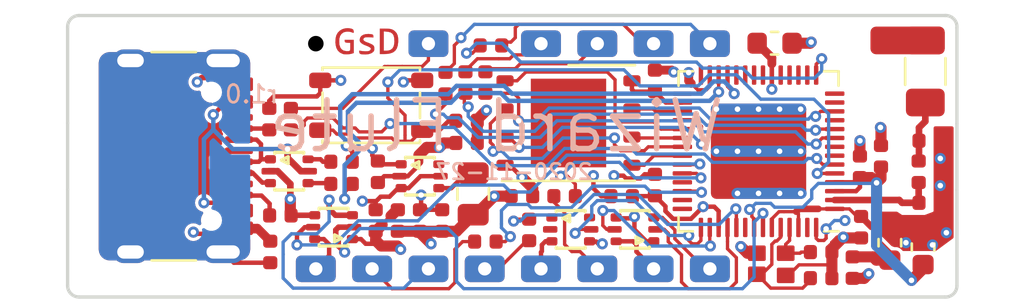
<source format=kicad_pcb>
(kicad_pcb (version 20201116) (generator pcbnew)
  (title_block (title "Wizard Flute") (date "2020-11-27") (rev "r1.0") (company "GsD") (comment 3 "© 2020 Greg Davill <greg.davill@gmail.com>") (comment 4 "License: CERN-OHL-P"))
  (layers (0 "F.Cu" signal) (1 "In1.Cu" signal) (2 "In2.Cu" signal) (31 "B.Cu" signal) (34 "B.Paste" user) (35 "F.Paste" user) (36 "B.SilkS" user "B.Silkscreen") (37 "F.SilkS" user "F.Silkscreen") (38 "B.Mask" user) (39 "F.Mask" user) (44 "Edge.Cuts" user))
  (net 0 "")
  (net 1 "+3V3")
  (net 2 "GND")
  (net 3 "/USB_N")
  (net 4 "/USB_P")
  (net 5 "/CC1")
  (net 6 "/CC2")
  (net 7 "/SHIELD")
  (net 8 "VBUS")
  (net 9 "/xD+")
  (net 10 "/xD-")
  (net 11 "/iD+")
  (net 12 "/iD-")
  (net 13 "/SPI_~CS")
  (net 14 "/SPI_SCK")
  (net 15 "/SPI_~HLD~-IO3")
  (net 16 "/SPI_~WP~-IO2")
  (net 17 "Net-(AE1-Pad2)")
  (net 18 "Net-(L1-Pad1)")
  (net 19 "/SPI_COPI-IO0")
  (net 20 "/SPI_CIPO-IO1")
  (net 21 "Net-(C4-Pad2)")
  (net 22 "Net-(C3-Pad2)")
  (net 23 "Net-(AE1-Pad1)")
  (net 24 "Net-(C19-Pad1)")
  (net 25 "/VDD3P3")
  (net 26 "Net-(C13-Pad1)")
  (net 27 "Net-(C10-Pad1)")
  (net 28 "/GPIO0-BOOT")
  (net 29 "/VCC_SPI")
  (net 30 "Net-(LE1-Pad8)")
  (net 31 "Net-(LE1-Pad6)")
  (net 32 "Net-(LE1-Pad4)")
  (net 33 "Net-(LE1-Pad2)")
  (net 34 "Net-(LE1-Pad1)")
  (net 35 "Net-(C5-Pad2)")
  (net 36 "/SBU1")
  (net 37 "/SBU2")
  (net 38 "Net-(LE1-Pad3)")
  (net 39 "Net-(LE1-Pad5)")
  (net 40 "Net-(LE1-Pad7)")
  (net 41 "Net-(LE1-Pad11)")
  (net 42 "Net-(LE1-Pad13)")
  (net 43 "Net-(LE1-Pad14)")
  (net 44 "Net-(LE1-Pad15)")
  (net 45 "Net-(LE1-Pad16)")
  (net 46 "Net-(Q1-Pad2)")
  (net 47 "Net-(Q1-Pad6)")
  (net 48 "Net-(Q1-Pad1)")
  (net 49 "Net-(U3-Pad7)")
  (net 50 "Net-(U3-Pad8)")
  (net 51 "Net-(U3-Pad11)")
  (net 52 "Net-(U3-Pad13)")
  (net 53 "Net-(U3-Pad14)")
  (net 54 "Net-(U3-Pad16)")
  (net 55 "Net-(U3-Pad17)")
  (net 56 "Net-(U3-Pad18)")
  (net 57 "Net-(U3-Pad19)")
  (net 58 "Net-(U3-Pad23)")
  (net 59 "Net-(U3-Pad24)")
  (net 60 "Net-(U2-Pad6)")
  (net 61 "Net-(U3-Pad28)")
  (net 62 "Net-(U3-Pad39)")
  (net 63 "Net-(U3-Pad42)")
  (net 64 "Net-(U3-Pad55)")
  (net 65 "Net-(U3-Pad21)")
  (net 66 "Net-(U3-Pad22)")
  (net 67 "/RAM_~CS")
  (net 68 "/U0TXD")
  (net 69 "/led_cc4")
  (net 70 "/led_cc2")
  (net 71 "/led_cc3")
  (net 72 "/led_cc0")
  (net 73 "/led_cc1")
  (net 74 "/led_a")
  (net 75 "/led_b")
  (net 76 "/led_c")
  (net 77 "/led_d")
  (net 78 "/led_e")
  (net 79 "/led_f")
  (net 80 "/led_g")
  (net 81 "/led_dp")
  (net 82 "Net-(U3-Pad41)")
  (footprint "Resistor_SMD:R_0402_1005Metric" (layer "F.Cu") (at 112.359998 100.2475 180)
    (fp_text reference "R4" hide)
    (fp_text value "22E" hide)
  )
  (footprint "pkl_buttons_switches:SW_SPST_3x4x2.5" (layer "F.Cu") (at 113.7 97.7 180)
    (fp_text reference "SW1" hide)
    (fp_text value "TACT" hide)
  )
  (footprint "Resistor_SMD:R_0402_1005Metric" (layer "F.Cu") (at 109.1 98.325 -90)
    (fp_text reference "R2" hide)
    (fp_text value "5k1" hide)
  )
  (footprint "Resistor_SMD:R_0402_1005Metric" (layer "F.Cu") (at 109.6 102.67 180)
    (fp_text reference "R3" hide)
    (fp_text value "5k1" hide)
  )
  (footprint "Capacitor_SMD:C_0402_1005Metric" (layer "F.Cu") (at 126.5 101.3 90)
    (fp_text reference "C9" hide)
    (fp_text value "100n" hide)
  )
  (footprint "pkl_connectors:USB_C_Receptacle_HRO_TYPE-C-31-M-12" (layer "F.Cu") (at 103.889 100 -90)
    (fp_text reference "J1" hide)
    (fp_text value "USB_C" hide)
  )
  (footprint "Resistor_SMD:R_0402_1005Metric" (layer "F.Cu") (at 109.144 104.318 -90)
    (fp_text reference "R1" hide)
    (fp_text value "1M" hide)
  )
  (footprint "Capacitor_SMD:C_0603_1608Metric" (layer "F.Cu") (at 131.9 94.9)
    (fp_text reference "C19" hide)
    (fp_text value "10u" hide)
  )
  (footprint "led-clock:SOT-666" (layer "F.Cu") (at 110 100.675)
    (fp_text reference "U1" hide)
    (fp_text value "USBLC6-2" hide)
  )
  (footprint "Resistor_SMD:R_0402_1005Metric" (layer "F.Cu") (at 118 98.4)
    (fp_text reference "R10" hide)
    (fp_text value "10k" hide)
  )
  (footprint "Resistor_SMD:R_0402_1005Metric" (layer "F.Cu") (at 112.359998 101.2475 180)
    (fp_text reference "R5" hide)
    (fp_text value "22E" hide)
  )
  (footprint "Capacitor_SMD:C_0402_1005Metric" (layer "F.Cu") (at 120.5 101.8)
    (fp_text reference "C12" hide)
    (fp_text value "100n" hide)
  )
  (footprint "Capacitor_SMD:C_0402_1005Metric" (layer "F.Cu") (at 134 105.5 180)
    (fp_text reference "C3" hide)
    (fp_text value "18pF" hide)
  )
  (footprint "led-clock:SOT-666" (layer "F.Cu") (at 112 103.2 180)
    (fp_text reference "Q2" hide)
    (fp_text value "Q_DUAL_NMOS_S1G1D2S2G2D1" hide)
  )
  (footprint "Capacitor_SMD:C_0603_1608Metric" (layer "F.Cu") (at 138.6 104.1 90)
    (fp_text reference "C14" hide)
    (fp_text value "10u" hide)
  )
  (footprint "led-clock:SOT-666" (layer "F.Cu") (at 122.7 103.3)
    (fp_text reference "Q1" hide)
    (fp_text value "Q_DUAL_NMOS_S1G1D2S2G2D1" hide)
  )
  (footprint "Capacitor_SMD:C_0402_1005Metric" (layer "F.Cu") (at 113.9 102.9 -90)
    (fp_text reference "C1" hide)
    (fp_text value "4.7uF" hide)
  )
  (footprint "Capacitor_SMD:C_0402_1005Metric" (layer "F.Cu") (at 138.9 99.3)
    (fp_text reference "C11" hide)
    (fp_text value "TBD" hide)
  )
  (footprint "Capacitor_SMD:C_0402_1005Metric" (layer "F.Cu") (at 134 104.325 180)
    (fp_text reference "C4" hide)
    (fp_text value "18pF" hide)
  )
  (footprint "Resistor_SMD:R_0402_1005Metric" (layer "F.Cu") (at 122.425 101.8)
    (fp_text reference "R12" hide)
    (fp_text value "220R" hide)
  )
  (footprint "Capacitor_SMD:C_0402_1005Metric" (layer "F.Cu") (at 126.5 96.6 90)
    (fp_text reference "C2" hide)
    (fp_text value "2.2uF" hide)
  )
  (footprint "Package_SON:WSON-8-1EP_6x5mm_P1.27mm_EP3.4x4mm" (layer "F.Cu") (at 122.6 98.5)
    (fp_text reference "U4" hide)
    (fp_text value "W25Q32JVZPIQ" hide)
  )
  (footprint "led-clock:SOT-666" (layer "F.Cu") (at 115.9 100.9)
    (fp_text reference "U2" hide)
    (fp_text value "TLV62569DRL" hide)
  )
  (footprint "Resistor_SMD:R_0402_1005Metric" (layer "F.Cu") (at 116.9 102.9 -90)
    (fp_text reference "R6" hide)
    (fp_text value "210k" hide)
  )
  (footprint "Inductor_SMD:L_0805_2012Metric" (layer "F.Cu") (at 118.3 101.7 -90)
    (fp_text reference "L1" hide)
    (fp_text value "2.2uH" hide)
  )
  (footprint "Resistor_SMD:R_0402_1005Metric" (layer "F.Cu") (at 117.95 96.675 -90)
    (fp_text reference "R11" hide)
    (fp_text value "220R" hide)
  )
  (footprint "Inductor_SMD:L_0402_1005Metric" (layer "F.Cu") (at 125 101.8)
    (fp_text reference "FB1" hide)
    (fp_text value "240R" hide)
  )
  (footprint "led-clock:Crystal_SMD_4Pin_2.0x1.6mm" (layer "F.Cu") (at 131.75 104.875 -90)
    (fp_text reference "Y1" hide)
    (fp_text value "40MHz" hide)
  )
  (footprint "Capacitor_SMD:C_0402_1005Metric" (layer "F.Cu") (at 114.9 102.9 90)
    (fp_text reference "C6" hide)
    (fp_text value "1uF" hide)
  )
  (footprint "Resistor_SMD:R_0402_1005Metric" (layer "F.Cu") (at 120.825 103.325 90)
    (fp_text reference "R13" hide)
    (fp_text value "220R" hide)
  )
  (footprint "Capacitor_SMD:C_0402_1005Metric" (layer "F.Cu") (at 118 99.4 180)
    (fp_text reference "C7" hide)
    (fp_text value "2.2uF" hide)
  )
  (footprint "Resistor_SMD:R_0402_1005Metric" (layer "F.Cu") (at 110.075 98.325 -90)
    (fp_text reference "R14" hide)
    (fp_text value "220R" hide)
  )
  (footprint "Resistor_SMD:R_0402_1005Metric" (layer "F.Cu") (at 118.85 103.85)
    (fp_text reference "R16" hide)
    (fp_text value "220R" hide)
  )
  (footprint "Capacitor_SMD:C_0402_1005Metric" (layer "F.Cu") (at 135.75 100.475 90)
    (fp_text reference "C15" hide)
    (fp_text value "100n" hide)
  )
  (footprint "Inductor_SMD:L_0402_1005Metric" (layer "F.Cu") (at 138.4 100.7 90)
    (fp_text reference "L2" hide)
    (fp_text value "TBD" hide)
  )
  (footprint "Resistor_SMD:R_0402_1005Metric" (layer "F.Cu") (at 118.85 96.675 -90)
    (fp_text reference "R8" hide)
    (fp_text value "220R" hide)
  )
  (footprint "Resistor_SMD:R_0402_1005Metric" (layer "F.Cu") (at 119.1 95 180)
    (fp_text reference "R15" hide)
    (fp_text value "220R" hide)
  )
  (footprint "Inductor_SMD:L_0402_1005Metric" (layer "F.Cu") (at 135.425 105.025 90)
    (fp_text reference "FB3" hide)
    (fp_text value "240R" hide)
  )
  (footprint "Inductor_SMD:L_0402_1005Metric" (layer "F.Cu") (at 136.7 100 -90)
    (fp_text reference "FB2" hide)
    (fp_text value "240R" hide)
  )
  (footprint "Resistor_SMD:R_0402_1005Metric" (layer "F.Cu") (at 114 100.7 90)
    (fp_text reference "R7" hide)
    (fp_text value "47k" hide)
  )
  (footprint "Capacitor_SMD:C_0402_1005Metric" (layer "F.Cu") (at 115.9 102.9 90)
    (fp_text reference "C5" hide)
    (fp_text value "6.8pF" hide)
  )
  (footprint "gsd_logo_small" (layer "F.Cu") (at 113.5 94.9)
    (fp_text reference "G***" hide)
    (fp_text value "LOGO" hide)
  )
  (footprint "Capacitor_SMD:C_0402_1005Metric" (layer "F.Cu") (at 138.9 102.1)
    (fp_text reference "C10" hide)
    (fp_text value "TBD" hide)
  )
  (footprint "Package_DFN_QFN:QFN-56-1EP_7x7mm_P0.4mm_EP5.6x5.6mm" (layer "F.Cu") (at 131.175 99.775 180)
    (fp_text reference "U3" hide)
    (fp_text value "ESP32-S2" hide)
  )
  (footprint "Capacitor_SMD:C_0402_1005Metric" (layer "F.Cu") (at 135.8 103.2 -90)
    (fp_text reference "C13" hide)
    (fp_text value "100n" hide)
  )
  (footprint "led-clock:SOT-666" (layer "F.Cu") (at 125.6 103.3 180)
    (fp_text reference "Q3" hide)
    (fp_text value "Q_DUAL_NMOS_S1G1D2S2G2D1" hide)
  )
  (footprint "oshw_small" (layer "F.Cu") (at 136.35 96.75)
    (fp_text reference "G***" hide)
    (fp_text value "LOGO" hide)
  )
  (footprint "Capacitor_SMD:C_0603_1608Metric" (layer "F.Cu") (at 137.1 103.9 90)
    (fp_text reference "C8" hide)
    (fp_text value "10u" hide)
  )
  (footprint "Resistor_SMD:R_0402_1005Metric" (layer "F.Cu") (at 117.05 96.7 -90)
    (fp_text reference "R9" hide)
    (fp_text value "220R" hide)
  )
  (footprint "led-clock:Ant_3216" (layer "F.Cu") (at 138.7 96.175 90)
    (fp_text reference "AE1" hide)
    (fp_text value "Antenna" hide)
  )
  (footprint "led-clock:kem-3942-ay" (layer "B.Cu") (at 120.09 100 180)
    (fp_text reference "LE1" hide)
    (fp_text value "KEM-3942-AY" hide)
  )
  (gr_line (start 100.525 93.65) (end 139.6 93.649999) (layer "Edge.Cuts") (width 0.15))
  (gr_line (start 100 105.825) (end 100 101.5) (layer "Edge.Cuts") (width 0.15))
  (gr_line (start 139.575 106.35) (end 100.525 106.349999) (layer "Edge.Cuts") (width 0.15))
  (gr_arc (start 100.513935 105.836064) (end 100 105.825) (angle -92.46665675) (layer "Edge.Cuts") (width 0.15))
  (gr_line (start 140.125 98.525) (end 140.125 94.2) (layer "Edge.Cuts") (width 0.15))
  (gr_arc (start 139.618499 94.157909) (end 140.125 94.2) (angle -96.83634868) (layer "Edge.Cuts") (width 0.15))
  (gr_line (start 140.126272 105.841999) (end 140.125 101.525) (layer "Edge.Cuts") (width 0.15))
  (gr_line (start 100 98.5) (end 100 94.175) (layer "Edge.Cuts") (width 0.15))
  (gr_line (start 140.125 101.525) (end 140.125 98.525) (layer "Edge.Cuts") (width 0.15))
  (gr_arc (start 100.513716 94.163716) (end 100.525 93.65) (angle -92.51664977) (layer "Edge.Cuts") (width 0.15))
  (gr_arc (start 139.616573 105.841999) (end 139.575 106.35) (angle -94.67845776) (layer "Edge.Cuts") (width 0.15))
  (gr_line (start 100 101.5) (end 100 98.5) (layer "Edge.Cuts") (width 0.15))
  (gr_text "Wizard Flute" (at 119.35 98.65) (layer "B.SilkS") (effects (font (size 2.2 2.2) (thickness 0.25)) (justify mirror)))
  (gr_text "2020-11-27" (at 120.15 100.7) (layer "B.SilkS") (effects (font (size 0.7 0.7) (thickness 0.12)) (justify mirror)))
  (gr_text "r1.0" (at 108.3 97.2) (layer "B.SilkS") (effects (font (size 0.8 0.8) (thickness 0.12)) (justify mirror)))
  (segment (start 118.485 98.34) (end 118.9 97.925) (width 0.5) (layer "F.Cu") (net 1))
  (segment (start 123.725 100.875) (end 123.725 101.45) (width 0.2) (layer "F.Cu") (net 1))
  (segment (start 123.725 101.45) (end 124.075 101.8) (width 0.2) (layer "F.Cu") (net 1))
  (segment (start 115.9 103.45) (end 115.9 103.385) (width 0.5) (layer "F.Cu") (net 1))
  (segment (start 124.075 101.8) (end 124.515 101.8) (width 0.2) (layer "F.Cu") (net 1))
  (segment (start 118.485 99.4) (end 118.485 98.4) (width 0.5) (layer "F.Cu") (net 1))
  (segment (start 114.9 103.385) (end 115.9 103.385) (width 0.5) (layer "F.Cu") (net 1))
  (segment (start 136.15 105.3) (end 135.94 105.51) (width 0.5) (layer "F.Cu") (net 1))
  (segment (start 136.7 98.725) (end 136.675 98.7) (width 0.5) (layer "F.Cu") (net 1))
  (segment (start 136.7 99.515) (end 136.7 98.725) (width 0.5) (layer "F.Cu") (net 1))
  (segment (start 118.3 102.6375) (end 118.4125 102.6375) (width 0.5) (layer "F.Cu") (net 1))
  (segment (start 115.9 103.385) (end 116.9 103.385) (width 0.5) (layer "F.Cu") (net 1))
  (segment (start 117.5525 103.385) (end 118.3 102.6375) (width 0.5) (layer "F.Cu") (net 1))
  (segment (start 118.485 98.4) (end 118.485 98.34) (width 0.5) (layer "F.Cu") (net 1))
  (segment (start 116.4 103.95) (end 115.9 103.45) (width 0.5) (layer "F.Cu") (net 1))
  (segment (start 120.015 101.8) (end 119.25 101.8) (width 0.5) (layer "F.Cu") (net 1))
  (segment (start 116.9 103.385) (end 117.5525 103.385) (width 0.5) (layer "F.Cu") (net 1))
  (segment (start 135.94 105.51) (end 135.425 105.51) (width 0.5) (layer "F.Cu") (net 1))
  (segment (start 118.4125 102.6375) (end 119.25 101.8) (width 0.5) (layer "F.Cu") (net 1))
  (via (at 118.9 97.925) (size 0.5) (drill 0.25) (layers "F.Cu" "B.Cu") (net 1))
  (via (at 136.15 105.3) (size 0.5) (drill 0.25) (layers "F.Cu" "B.Cu") (net 1))
  (via (at 116.4 103.95) (size 0.5) (drill 0.25) (layers "F.Cu" "B.Cu") (net 1))
  (via (at 119.25 101.8) (size 0.5) (drill 0.25) (layers "F.Cu" "B.Cu") (net 1))
  (via (at 136.675 98.7) (size 0.5) (drill 0.25) (layers "F.Cu" "B.Cu") (net 1))
  (via (at 123.725 100.875) (size 0.5) (drill 0.25) (layers "F.Cu" "B.Cu") (net 1))
  (segment (start 125.5 102.8) (end 125.575 102.725) (width 0.2) (layer "F.Cu") (net 2))
  (segment (start 110.085 102.67) (end 110.05 102.635) (width 0.5) (layer "F.Cu") (net 2))
  (segment (start 134.475 104.425) (end 134.475 103.89) (width 0.15) (layer "F.Cu") (net 2))
  (segment (start 113.9 103.8) (end 113.9 103.385) (width 0.5) (layer "F.Cu") (net 2))
  (segment (start 114.9 102.415) (end 114.87 102.415) (width 0.5) (layer "F.Cu") (net 2))
  (segment (start 106.9 96.45) (end 106.05 96.45) (width 0.25) (layer "F.Cu") (net 2))
  (segment (start 131.1 104.375) (end 130.675 104.375) (width 0.5) (layer "F.Cu") (net 2))
  (segment (start 112.85 103.7375) (end 113.2375 103.7375) (width 0.2) (layer "F.Cu") (net 2))
  (segment (start 106.925 103.5) (end 105.75 103.5) (width 0.2) (layer "F.Cu") (net 2))
  (segment (start 132.525 105.375) (end 133 104.9) (width 0.15) (layer "F.Cu") (net 2))
  (segment (start 113.2375 103.7375) (end 113.45 103.95) (width 0.2) (layer "F.Cu") (net 2))
  (segment (start 107.044 103.381) (end 106.925 103.5) (width 0.2) (layer "F.Cu") (net 2))
  (segment (start 111.15 102.6625) (end 110.0925 102.6625) (width 0.25) (layer "F.Cu") (net 2))
  (segment (start 134.485 104.325) (end 134.485 104.165) (width 0.5) (layer "F.Cu") (net 2))
  (segment (start 125.575 103.3) (end 125.575 102.725) (width 0.2) (layer "F.Cu") (net 2))
  (segment (start 134.465 105.025) (end 134.475 105.015) (width 0.15) (layer "F.Cu") (net 2))
  (segment (start 111.4 97.15) (end 111.4 96.575) (width 0.2) (layer "F.Cu") (net 2))
  (segment (start 107.734 96.75) (end 107.2 96.75) (width 0.25) (layer "F.Cu") (net 2))
  (segment (start 134.475 104.425) (end 134.475 104.71) (width 0.15) (layer "F.Cu") (net 2))
  (segment (start 113.9 103.385) (end 114.1925 103.0925) (width 0.5) (layer "F.Cu") (net 2))
  (segment (start 139.385 102.1) (end 139.375 102.09) (width 0.15) (layer "F.Cu") (net 2))
  (segment (start 132.4 105.375) (end 132.525 105.375) (width 0.15) (layer "F.Cu") (net 2))
  (segment (start 135.035 103.685) (end 135 103.65) (width 0.5) (layer "F.Cu") (net 2))
  (segment (start 110.0925 102.6625) (end 110.085 102.67) (width 0.25) (layer "F.Cu") (net 2))
  (segment (start 134.485 105.5) (end 134.485 104.325) (width 0.5) (layer "F.Cu") (net 2))
  (segment (start 107.2 96.75) (end 106.9 96.45) (width 0.25) (layer "F.Cu") (net 2))
  (segment (start 120.985 101.435) (end 120.5 100.95) (width 0.5) (layer "F.Cu") (net 2))
  (segment (start 109.1 97.84) (end 109.1 97.5) (width 0.2) (layer "F.Cu") (net 2))
  (segment (start 133 104.9) (end 134.46 104.9) (width 0.15) (layer "F.Cu") (net 2))
  (segment (start 124.125 103.95) (end 123.95 103.95) (width 0.2) (layer "F.Cu") (net 2))
  (segment (start 125.85 101) (end 125.2 101) (width 0.2) (layer "F.Cu") (net 2))
  (segment (start 113.75 103.95) (end 113.9 103.8) (width 0.2) (layer "F.Cu") (net 2))
  (segment (start 109.075 100.675) (end 109.475 100.675) (width 0.3) (layer "F.Cu") (net 2))
  (segment (start 109.3 97.3) (end 111.25 97.3) (width 0.2) (layer "F.Cu") (net 2))
  (segment (start 115.85 100.4) (end 115.85 100.25) (width 0.2) (layer "F.Cu") (net 2))
  (segment (start 108.561 103.25) (end 109.144 103.833) (width 0.4) (layer "F.Cu") (net 2))
  (segment (start 134.475 105.015) (end 134.475 104.885) (width 0.15) (layer "F.Cu") (net 2))
  (segment (start 115.85 99.95) (end 115.85 100.25) (width 0.4) (layer "F.Cu") (net 2))
  (segment (start 137.1 103.1125) (end 137.7625 103.1125) (width 0.15) (layer "F.Cu") (net 2))
  (segment (start 115.35 100.9) (end 115.85 100.4) (width 0.2) (layer "F.Cu") (net 2))
  (segment (start 123.95 103.95) (end 123.85 103.85) (width 0.2) (layer "F.Cu") (net 2))
  (segment (start 126.5 96.115) (end 127.265 96.115) (width 0.4) (layer "F.Cu") (net 2))
  (segment (start 130.6 104.075) (end 131.1 104.575) (width 0.15) (layer "F.Cu") (net 2))
  (segment (start 134.715 103.65) (end 135 103.65) (width 0.15) (layer "F.Cu") (net 2))
  (segment (start 133.5 94.9) (end 132.6875 94.9) (width 0.5) (layer "F.Cu") (net 2))
  (segment (start 120.985 101.8) (end 120.985 101.435) (width 0.5) (layer "F.Cu") (net 2))
  (segment (start 134.475 104.885) (end 134.475 104.71) (width 0.15) (layer "F.Cu") (net 2))
  (segment (start 114.975 100.9) (end 115.35 100.9) (width 0.2) (layer "F.Cu") (net 2))
  (segment (start 134.68 103.685) (end 134.715 103.65) (width 0.15) (layer "F.Cu") (net 2))
  (segment (start 105.75 103.5) (end 105.675 103.425) (width 0.2) (layer "F.Cu") (net 2))
  (segment (start 126.45 103.8375) (end 126.1125 103.8375) (width 0.2) (layer "F.Cu") (net 2))
  (segment (start 137.825 103.275) (end 137.825 103.9) (width 0.15) (layer "F.Cu") (net 2))
  (segment (start 124.65 100.875) (end 125.075 100.875) (width 0.2) (layer "F.Cu") (net 2))
  (segment (start 124.7875 102.8) (end 125.5 102.8) (width 0.2) (layer "F.Cu") (net 2))
  (segment (start 107.734 103.25) (end 108.561 103.25) (width 0.4) (layer "F.Cu") (net 2))
  (segment (start 117.515 99.4) (end 116.975 99.4) (width 0.5) (layer "F.Cu") (net 2))
  (segment (start 115.225 96.575) (end 116 96.575) (width 0.2) (layer "F.Cu") (net 2))
  (segment (start 106.05 96.45) (end 105.85 96.65) (width 0.25) (layer "F.Cu") (net 2))
  (segment (start 116.2 99.6) (end 116.775 99.6) (width 0.5) (layer "F.Cu") (net 2))
  (segment (start 134.475 105.6) (end 134.475 105.015) (width 0.15) (layer "F.Cu") (net 2))
  (segment (start 111.4 96.575) (end 112.325 96.575) (width 0.2) (layer "F.Cu") (net 2))
  (segment (start 139.375 99.31) (end 139.375 100.1) (width 0.15) (layer "F.Cu") (net 2))
  (segment (start 133.55 94.85) (end 133.5 94.9) (width 0.5) (layer "F.Cu") (net 2))
  (segment (start 114.15 104.05) (end 113.9 103.8) (width 0.5) (layer "F.Cu") (net 2))
  (segment (start 134.485 104.165) (end 135 103.65) (width 0.5) (layer "F.Cu") (net 2))
  (segment (start 139.385 99.3) (end 139.375 99.31) (width 0.15) (layer "F.Cu") (net 2))
  (segment (start 114.87 102.415) (end 114.5925 102.6925) (width 0.5) (layer "F.Cu") (net 2))
  (segment (start 113.45 103.95) (end 113.75 103.95) (width 0.2) (layer "F.Cu") (net 2))
  (segment (start 126.035 100.815) (end 125.85 101) (width 0.2) (layer "F.Cu") (net 2))
  (segment (start 137.9625 103.3125) (end 138.6 103.3125) (width 0.15) (layer "F.Cu") (net 2))
  (segment (start 126.5 100.815) (end 126.035 100.815) (width 0.2) (layer "F.Cu") (net 2))
  (segment (start 139.375 102.09) (end 139.375 101.325) (width 0.15) (layer "F.Cu") (net 2))
  (segment (start 109.1 97.5) (end 109.3 97.3) (width 0.2) (layer "F.Cu") (net 2))
  (segment (start 134.475 104.71) (end 134.475 104.6) (width 0.15) (layer "F.Cu") (net 2))
  (segment (start 114.975 100.9) (end 114.285 100.9) (width 0.2) (layer "F.Cu") (net 2))
  (segment (start 135.75 99.99) (end 135.75 99.3) (width 0.5) (layer "F.Cu") (net 2))
  (segment (start 135.8 103.685) (end 135.035 103.685) (width 0.5) (layer "F.Cu") (net 2))
  (segment (start 109.475 100.675) (end 110.05 101.25) (width 0.3) (layer "F.Cu") (net 2))
  (segment (start 114.875 104.05) (end 114.15 104.05) (width 0.5) (layer "F.Cu") (net 2))
  (segment (start 108.556 103.381) (end 107.044 103.381) (width 0.2) (layer "F.Cu") (net 2))
  (segment (start 123.85 103.85) (end 123.5625 103.85) (width 0.2) (layer "F.Cu") (net 2))
  (segment (start 124.75 102.7625) (end 124.7875 102.8) (width 0.2) (layer "F.Cu") (net 2))
  (segment (start 123.5625 103.85) (end 123.55 103.8375) (width 0.2) (layer "F.Cu") (net 2))
  (segment (start 130.675 104.375) (end 130.375 104.075) (width 0.5) (layer "F.Cu") (net 2))
  (segment (start 116.975 99.4) (end 116.775 99.6) (width 0.5) (layer "F.Cu") (net 2))
  (segment (start 134.475 103.89) (end 134.68 103.685) (width 0.15) (layer "F.Cu") (net 2))
  (segment (start 110.05 101.25) (end 110.05 101.925) (width 0.3) (layer "F.Cu") (net 2))
  (segment (start 119.7375 100.405) (end 119.955 100.405) (width 0.2) (layer "F.Cu") (net 2))
  (segment (start 115.15 96.65) (end 115.225 96.575) (width 0.2) (layer "F.Cu") (net 2))
  (segment (start 127.265 96.115) (end 127.35 96.2) (width 0.4) (layer "F.Cu") (net 2))
  (segment (start 126.1125 103.8375) (end 125.575 103.3) (width 0.2) (layer "F.Cu") (net 2))
  (segment (start 110.05 102.635) (end 110.05 101.925) (width 0.5) (layer "F.Cu") (net 2))
  (segment (start 115.85 99.95) (end 116.2 99.6) (width 0.5) (layer "F.Cu") (net 2))
  (segment (start 137.875 103.225) (end 137.9625 103.3125) (width 0.15) (layer "F.Cu") (net 2))
  (segment (start 115.025 104.2) (end 114.875 104.05) (width 0.5) (layer "F.Cu") (net 2))
  (segment (start 109.1 97.84) (end 109.075 97.815) (width 0.2) (layer "F.Cu") (net 2))
  (segment (start 130.375 104.075) (end 130.6 104.075) (width 0.15) (layer "F.Cu") (net 2))
  (segment (start 134.46 104.9) (end 134.475 104.885) (width 0.15) (layer "F.Cu") (net 2))
  (segment (start 114.5925 102.6925) (end 114.1925 103.0925) (width 0.2) (layer "F.Cu") (net 2))
  (segment (start 114.285 100.9) (end 114 101.185) (width 0.2) (layer "F.Cu") (net 2))
  (segment (start 125.075 100.875) (end 125.2 101) (width 0.2) (layer "F.Cu") (net 2))
  (segment (start 109.008 103.833) (end 108.556 103.381) (width 0.2) (layer "F.Cu") (net 2))
  (segment (start 137.875 103.225) (end 137.825 103.275) (width 0.15) (layer "F.Cu") (net 2))
  (segment (start 137.7625 103.1125) (end 137.875 103.225) (width 0.15) (layer "F.Cu") (net 2))
  (segment (start 111.25 97.3) (end 111.4 97.15) (width 0.2) (layer "F.Cu") (net 2))
  (segment (start 109.144 103.833) (end 109.008 103.833) (width 0.2) (layer "F.Cu") (net 2))
  (segment (start 119.955 100.405) (end 120.5 100.95) (width 0.2) (layer "F.Cu") (net 2))
  (via (at 135.75 99.3) (size 0.5) (drill 0.25) (layers "F.Cu" "B.Cu") (net 2))
  (via (at 139.025 104) (size 0.5) (drill 0.25) (layers "F.Cu" "B.Cu") (net 2))
  (via (at 137.825 103.9) (size 0.5) (drill 0.25) (layers "F.Cu" "B.Cu") (net 2))
  (via (at 105.675 103.425) (size 0.5) (drill 0.25) (layers "F.Cu" "B.Cu") (net 2))
  (via (at 139.65 103.45) (size 0.5) (drill 0.25) (layers "F.Cu" "B.Cu") (net 2))
  (via (at 120.5 100.95) (size 0.5) (drill 0.25) (layers "F.Cu" "B.Cu") (net 2))
  (via (at 139.375 101.325) (size 0.5) (drill 0.25) (layers "F.Cu" "B.Cu") (net 2))
  (via (at 130.375 104.075) (size 0.5) (drill 0.25) (layers "F.Cu" "B.Cu") (net 2))
  (via (at 105.85 96.65) (size 0.5) (drill 0.25) (layers "F.Cu" "B.Cu") (net 2))
  (via (at 115.15 96.65) (size 0.5) (drill 0.25) (layers "F.Cu" "B.Cu") (net 2))
  (via (at 124.65 100.875) (size 0.5) (drill 0.25) (layers "F.Cu" "B.Cu") (net 2))
  (via (at 116.775 99.6) (size 0.5) (drill 0.25) (layers "F.Cu" "B.Cu") (net 2))
  (via (at 133.55 94.85) (size 0.5) (drill 0.25) (layers "F.Cu" "B.Cu") (net 2))
  (via (at 127.35 96.2) (size 0.5) (drill 0.25) (layers "F.Cu" "B.Cu") (net 2))
  (via (at 110.05 101.925) (size 0.5) (drill 0.25) (layers "F.Cu" "B.Cu") (net 2))
  (via (at 135 103.65) (size 0.5) (drill 0.25) (layers "F.Cu" "B.Cu") (net 2))
  (via (at 124.125 103.95) (size 0.5) (drill 0.25) (layers "F.Cu" "B.Cu") (net 2))
  (via (at 115.025 104.2) (size 0.5) (drill 0.25) (layers "F.Cu" "B.Cu") (net 2))
  (via (at 112.325 96.575) (size 0.5) (drill 0.25) (layers "F.Cu" "B.Cu") (net 2))
  (via (at 125.575 102.725) (size 0.5) (drill 0.25) (layers "F.Cu" "B.Cu") (net 2))
  (via (at 139.375 100.1) (size 0.5) (drill 0.25) (layers "F.Cu" "B.Cu") (net 2))
  (segment (start 129.775 96.85) (end 130.075 97.15) (width 0.15) (layer "F.Cu") (net 3))
  (segment (start 130.075 97.15) (end 130.075 97.175) (width 0.15) (layer "F.Cu") (net 3))
  (segment (start 129.775 96.3375) (end 129.775 96.85) (width 0.15) (layer "F.Cu") (net 3))
  (segment (start 112.844998 99.794998) (end 112.575 99.525) (width 0.2) (layer "F.Cu") (net 3))
  (segment (start 112.844998 100.2475) (end 112.844998 99.794998) (width 0.2) (layer "F.Cu") (net 3))
  (via (at 130.075 97.175) (size 0.5) (drill 0.25) (layers "F.Cu" "B.Cu") (net 3))
  (via (at 112.575 99.525) (size 0.5) (drill 0.25) (layers "F.Cu" "B.Cu") (net 3))
  (segment (start 117.175 97.2) (end 112.85 97.2) (width 0.2) (layer "B.Cu") (net 3))
  (segment (start 112.575 99.3) (end 112.575 99.525) (width 0.2) (layer "B.Cu") (net 3))
  (segment (start 129.625 96.625) (end 129.15 96.625) (width 0.2) (layer "B.Cu") (net 3))
  (segment (start 119.7 96.825) (end 117.55 96.825) (width 0.2) (layer "B.Cu") (net 3))
  (segment (start 112.3 99.025) (end 112.575 99.3) (width 0.2) (layer "B.Cu") (net 3))
  (segment (start 130.075 97.075) (end 129.625 96.625) (width 0.2) (layer "B.Cu") (net 3))
  (segment (start 112.85 97.2) (end 112.3 97.75) (width 0.2) (layer "B.Cu") (net 3))
  (segment (start 129.15 96.625) (end 128.6 97.175) (width 0.2) (layer "B.Cu") (net 3))
  (segment (start 128.6 97.175) (end 120.95 97.175) (width 0.2) (layer "B.Cu") (net 3))
  (segment (start 120.05 97.175) (end 119.7 96.825) (width 0.2) (layer "B.Cu") (net 3))
  (segment (start 120.95 97.175) (end 120.05 97.175) (width 0.2) (layer "B.Cu") (net 3))
  (segment (start 117.55 96.825) (end 117.175 97.2) (width 0.2) (layer "B.Cu") (net 3))
  (segment (start 130.075 97.175) (end 130.075 97.075) (width 0.2) (layer "B.Cu") (net 3))
  (segment (start 112.3 97.75) (end 112.3 99.025) (width 0.2) (layer "B.Cu") (net 3))
  (segment (start 112.5 101.592498) (end 112.5 101.925) (width 0.2) (layer "F.Cu") (net 4))
  (segment (start 129.375 96.3375) (end 129.375 97.1) (width 0.15) (layer "F.Cu") (net 4))
  (segment (start 112.844998 101.2475) (end 112.5 101.592498) (width 0.2) (layer "F.Cu") (net 4))
  (via (at 112.5 101.925) (size 0.5) (drill 0.25) (layers "F.Cu" "B.Cu") (net 4))
  (via (at 129.375 97.1) (size 0.5) (drill 0.25) (layers "F.Cu" "B.Cu") (net 4))
  (segment (start 112.5 101.525) (end 112.5 101.925) (width 0.2) (layer "B.Cu") (net 4))
  (segment (start 112.65 98.875) (end 112.65 97.975) (width 0.2) (layer "B.Cu") (net 4))
  (segment (start 112.65 97.975) (end 113.0375 97.5875) (width 0.2) (layer "B.Cu") (net 4))
  (segment (start 128.975 97.5) (end 129.375 97.1) (width 0.2) (layer "B.Cu") (net 4))
  (segment (start 112.5 101.525) (end 112.5 100.4) (width 0.2) (layer "B.Cu") (net 4))
  (segment (start 117.725 97.15) (end 117.2875 97.5875) (width 0.2) (layer "B.Cu") (net 4))
  (segment (start 120.9 97.5) (end 119.9 97.5) (width 0.2) (layer "B.Cu") (net 4))
  (segment (start 119.55 97.15) (end 117.725 97.15) (width 0.2) (layer "B.Cu") (net 4))
  (segment (start 120.9 97.5) (end 128.975 97.5) (width 0.2) (layer "B.Cu") (net 4))
  (segment (start 119.9 97.5) (end 119.55 97.15) (width 0.2) (layer "B.Cu") (net 4))
  (segment (start 113.125 99.35) (end 112.65 98.875) (width 0.2) (layer "B.Cu") (net 4))
  (segment (start 113.0375 97.5875) (end 117.2875 97.5875) (width 0.2) (layer "B.Cu") (net 4))
  (segment (start 113.125 99.775) (end 113.125 99.35) (width 0.2) (layer "B.Cu") (net 4))
  (segment (start 112.5 100.4) (end 113.125 99.775) (width 0.2) (layer "B.Cu") (net 4))
  (segment (start 109.04 98.75) (end 109.1 98.81) (width 0.2) (layer "F.Cu") (net 5))
  (segment (start 107.734 98.75) (end 109.04 98.75) (width 0.2) (layer "F.Cu") (net 5))
  (segment (start 109.115 102.14) (end 109.115 102.67) (width 0.2) (layer "F.Cu") (net 6))
  (segment (start 107.759 101.775) (end 108.75 101.775) (width 0.2) (layer "F.Cu") (net 6))
  (segment (start 107.734 101.75) (end 107.759 101.775) (width 0.2) (layer "F.Cu") (net 6))
  (segment (start 108.75 101.775) (end 109.115 102.14) (width 0.2) (layer "F.Cu") (net 6))
  (segment (start 102.839 104.32) (end 102.839 95.68) (width 0.2) (layer "F.Cu") (net 7))
  (segment (start 107.019 104.32) (end 102.839 104.32) (width 0.2) (layer "F.Cu") (net 7))
  (segment (start 107.019 95.68) (end 102.839 95.68) (width 0.2) (layer "F.Cu") (net 7))
  (segment (start 107.502 104.803) (end 107.019 104.32) (width 0.2) (layer "F.Cu") (net 7))
  (segment (start 109.144 104.803) (end 108.703 104.803) (width 0.2) (layer "F.Cu") (net 7))
  (segment (start 108.703 104.803) (end 107.502 104.803) (width 0.2) (layer "F.Cu") (net 7))
  (segment (start 114.9125 101.4375) (end 114.525 101.825) (width 0.2) (layer "F.Cu") (net 8))
  (segment (start 107.15 97.55) (end 106.575 98.125) (width 0.2) (layer "F.Cu") (net 8))
  (segment (start 114.525 101.825) (end 114.125 101.825) (width 0.2) (layer "F.Cu") (net 8))
  (segment (start 109.925 100.075) (end 109.925 99.675) (width 0.3) (layer "F.Cu") (net 8))
  (segment (start 113.875 102.025) (end 113.3 102.025) (width 0.2) (layer "F.Cu") (net 8))
  (segment (start 110.525 100.675) (end 109.925 100.075) (width 0.3) (layer "F.Cu") (net 8))
  (segment (start 107.734 97.55) (end 107.15 97.55) (width 0.2) (layer "F.Cu") (net 8))
  (segment (start 113.9 102.05) (end 113.9 102.415) (width 0.2) (layer "F.Cu") (net 8))
  (segment (start 107.206 102.581) (end 106.725 102.1) (width 0.2) (layer "F.Cu") (net 8))
  (segment (start 107.734 102.581) (end 107.206 102.581) (width 0.2) (layer "F.Cu") (net 8))
  (segment (start 114.125 101.825) (end 113.9 102.05) (width 0.2) (layer "F.Cu") (net 8))
  (segment (start 116.825 100.9) (end 115.925 100.9) (width 0.2) (layer "F.Cu") (net 8))
  (segment (start 115.925 100.9) (end 115.3875 101.4375) (width 0.2) (layer "F.Cu") (net 8))
  (segment (start 113.9 102.05) (end 113.875 102.025) (width 0.2) (layer "F.Cu") (net 8))
  (segment (start 110.925 100.675) (end 110.525 100.675) (width 0.3) (layer "F.Cu") (net 8))
  (segment (start 115.05 101.4375) (end 114.9125 101.4375) (width 0.2) (layer "F.Cu") (net 8))
  (segment (start 106.725 102.1) (end 106.15 102.1) (width 0.2) (layer "F.Cu") (net 8))
  (segment (start 115.3875 101.4375) (end 115.05 101.4375) (width 0.2) (layer "F.Cu") (net 8))
  (via (at 109.925 99.675) (size 0.5) (drill 0.25) (layers "F.Cu" "B.Cu") (net 8))
  (via (at 113.3 102.025) (size 0.5) (drill 0.25) (layers "F.Cu" "B.Cu") (net 8))
  (via (at 106.575 98.125) (size 0.5) (drill 0.25) (layers "F.Cu" "B.Cu") (net 8))
  (via (at 106.15 102.1) (size 0.5) (drill 0.25) (layers "F.Cu" "B.Cu") (net 8))
  (segment (start 106.15 99.225) (end 106.575 98.8) (width 0.2) (layer "B.Cu") (net 8))
  (segment (start 109.925 99.675) (end 107.45 99.675) (width 0.2) (layer "B.Cu") (net 8))
  (segment (start 107.45 99.675) (end 106.575 98.8) (width 0.2) (layer "B.Cu") (net 8))
  (segment (start 106.15 102.1) (end 106.15 99.225) (width 0.2) (layer "B.Cu") (net 8))
  (segment (start 106.575 98.8) (end 106.575 98.125) (width 0.2) (layer "B.Cu") (net 8))
  (segment (start 107.734 100.75) (end 106.875 100.75) (width 0.2) (layer "F.Cu") (net 9))
  (segment (start 107.734 100.75) (end 108.35 100.75) (width 0.2) (layer "F.Cu") (net 9))
  (segment (start 108.7875 101.1875) (end 109.125 101.1875) (width 0.2) (layer "F.Cu") (net 9))
  (segment (start 106.875 100.75) (end 106.625 100.5) (width 0.2) (layer "F.Cu") (net 9))
  (segment (start 106.625 100.075) (end 106.8875 99.8125) (width 0.2) (layer "F.Cu") (net 9))
  (segment (start 107.734 99.75) (end 106.95 99.75) (width 0.2) (layer "F.Cu") (net 9))
  (segment (start 106.625 100.5) (end 106.625 100.075) (width 0.2) (layer "F.Cu") (net 9))
  (segment (start 108.35 100.75) (end 108.7875 101.1875) (width 0.2) (layer "F.Cu") (net 9))
  (segment (start 106.95 99.75) (end 106.8875 99.8125) (width 0.2) (layer "F.Cu") (net 9))
  (segment (start 106.8875 99.8125) (end 106.775 99.925) (width 0.2) (layer "F.Cu") (net 9))
  (segment (start 108.725 99.45) (end 108.725 100.125) (width 0.2) (layer "F.Cu") (net 10))
  (segment (start 108.525 99.25) (end 108.725 99.45) (width 0.2) (layer "F.Cu") (net 10))
  (segment (start 108.725 100.125) (end 108.7375 100.1375) (width 0.2) (layer "F.Cu") (net 10))
  (segment (start 108.7375 100.1375) (end 109.15 100.1375) (width 0.2) (layer "F.Cu") (net 10))
  (segment (start 107.734 100.25) (end 108.625 100.25) (width 0.2) (layer "F.Cu") (net 10))
  (segment (start 107.734 99.25) (end 108.525 99.25) (width 0.2) (layer "F.Cu") (net 10))
  (segment (start 108.625 100.25) (end 108.7375 100.1375) (width 0.2) (layer "F.Cu") (net 10))
  (segment (start 110.85 101.2125) (end 111.839998 101.2125) (width 0.2) (layer "F.Cu") (net 11))
  (segment (start 111.839998 101.2125) (end 111.874998 101.2475) (width 0.2) (layer "F.Cu") (net 11))
  (segment (start 111.5225 100.2475) (end 111.4125 100.1375) (width 0.2) (layer "F.Cu") (net 12))
  (segment (start 110.85 100.1375) (end 111.4125 100.1375) (width 0.2) (layer "F.Cu") (net 12))
  (segment (start 111.874998 100.2475) (end 111.5225 100.2475) (width 0.2) (layer "F.Cu") (net 12))
  (segment (start 124.925 98.45) (end 124.7 98.225) (width 0.15) (layer "F.Cu") (net 13))
  (segment (start 125.575 98.45) (end 124.925 98.45) (width 0.15) (layer "F.Cu") (net 13))
  (segment (start 125.575 98.45) (end 126.45 98.45) (width 0.15) (layer "F.Cu") (net 13))
  (segment (start 120.675 96.2) (end 120.28 96.595) (width 0.15) (layer "F.Cu") (net 13))
  (segment (start 124.351002 96.2) (end 120.675 96.2) (width 0.15) (layer "F.Cu") (net 13))
  (segment (start 124.7 96.548998) (end 124.351002 96.2) (width 0.15) (layer "F.Cu") (net 13))
  (segment (start 124.7 98.225) (end 124.7 96.548998) (width 0.15) (layer "F.Cu") (net 13))
  (segment (start 126.45 98.45) (end 126.775 98.775) (width 0.15) (layer "F.Cu") (net 13))
  (segment (start 127.7375 98.775) (end 126.775 98.775) (width 0.15) (layer "F.Cu") (net 13))
  (segment (start 120.28 96.595) (end 119.7375 96.595) (width 0.15) (layer "F.Cu") (net 13))
  (segment (start 127.7375 99.175) (end 125.5025 99.175) (width 0.15) (layer "F.Cu") (net 14))
  (segment (start 125.5025 99.175) (end 125.4625 99.135) (width 0.15) (layer "F.Cu") (net 14))
  (segment (start 127.7375 97.975) (end 126.525 97.975) (width 0.15) (layer "F.Cu") (net 15))
  (segment (start 126.415 97.865) (end 126.525 97.975) (width 0.15) (layer "F.Cu") (net 15))
  (segment (start 125.4625 97.865) (end 126.415 97.865) (width 0.15) (layer "F.Cu") (net 15))
  (segment (start 128.325 98.375) (end 128.6 98.65) (width 0.15) (layer "F.Cu") (net 16))
  (segment (start 128.6 98.65) (end 128.6 99.025) (width 0.15) (layer "F.Cu") (net 16))
  (segment (start 127.7375 98.375) (end 128.325 98.375) (width 0.15) (layer "F.Cu") (net 16))
  (segment (start 128.6 99.45) (end 128.6 99.025) (width 0.15) (layer "F.Cu") (net 16))
  (segment (start 119.91 99.135) (end 120.375 99.6) (width 0.15) (layer "F.Cu") (net 16))
  (segment (start 119.7375 99.135) (end 119.91 99.135) (width 0.15) (layer "F.Cu") (net 16))
  (via (at 128.6 99.45) (size 0.5) (drill 0.25) (layers "F.Cu" "B.Cu") (net 16))
  (via (at 120.375 99.6) (size 0.5) (drill 0.25) (layers "F.Cu" "B.Cu") (net 16))
  (segment (start 128.6 99.45) (end 127.85 98.7) (width 0.15) (layer "B.Cu") (net 16))
  (segment (start 121.25 99.6) (end 120.375 99.6) (width 0.15) (layer "B.Cu") (net 16))
  (segment (start 122.325 98.7) (end 122.0875 98.9375) (width 0.15) (layer "B.Cu") (net 16))
  (segment (start 121.425 99.6) (end 121.25 99.6) (width 0.15) (layer "B.Cu") (net 16))
  (segment (start 124.95 98.7) (end 122.325 98.7) (width 0.15) (layer "B.Cu") (net 16))
  (segment (start 127.85 98.7) (end 124.95 98.7) (width 0.15) (layer "B.Cu") (net 16))
  (segment (start 122.0875 98.9375) (end 121.425 99.6) (width 0.15) (layer "B.Cu") (net 16))
  (segment (start 117.3125 101.4375) (end 117.9875 100.7625) (width 0.2) (layer "F.Cu") (net 18))
  (segment (start 117.9875 100.7625) (end 118.3 100.7625) (width 0.2) (layer "F.Cu") (net 18))
  (segment (start 116.75 101.4375) (end 117.3125 101.4375) (width 0.2) (layer "F.Cu") (net 18))
  (segment (start 127.7375 99.975) (end 126.45 99.975) (width 0.15) (layer "F.Cu") (net 19))
  (segment (start 126.02 100.405) (end 125.4625 100.405) (width 0.15) (layer "F.Cu") (net 19))
  (segment (start 126.45 99.975) (end 126.02 100.405) (width 0.15) (layer "F.Cu") (net 19))
  (segment (start 119.075 98.5275) (end 119.7375 97.865) (width 0.15) (layer "F.Cu") (net 20))
  (segment (start 125.55 99.75) (end 124.95 99.75) (width 0.15) (layer "F.Cu") (net 20))
  (segment (start 119.075 99.375) (end 119.075 98.5275) (width 0.15) (layer "F.Cu") (net 20))
  (segment (start 119.2 99.775) (end 119.2 99.5) (width 0.15) (layer "F.Cu") (net 20))
  (segment (start 126.675 99.575) (end 127.7375 99.575) (width 0.15) (layer "F.Cu") (net 20))
  (segment (start 119.2 99.5) (end 119.075 99.375) (width 0.15) (layer "F.Cu") (net 20))
  (segment (start 125.55 99.75) (end 126.025 99.75) (width 0.15) (layer "F.Cu") (net 20))
  (segment (start 124.675 99.475) (end 124.675 99.175) (width 0.15) (layer "F.Cu") (net 20))
  (segment (start 126.2 99.575) (end 126.675 99.575) (width 0.15) (layer "F.Cu") (net 20))
  (segment (start 126.025 99.75) (end 126.2 99.575) (width 0.15) (layer "F.Cu") (net 20))
  (segment (start 124.95 99.75) (end 124.675 99.475) (width 0.15) (layer "F.Cu") (net 20))
  (via (at 119.2 99.775) (size 0.5) (drill 0.25) (layers "F.Cu" "B.Cu") (net 20))
  (via (at 124.675 99.175) (size 0.5) (drill 0.25) (layers "F.Cu" "B.Cu") (net 20))
  (segment (start 119.6 99.775) (end 119.2 99.775) (width 0.15) (layer "B.Cu") (net 20))
  (segment (start 124.675 99.175) (end 122.35 99.175) (width 0.15) (layer "B.Cu") (net 20))
  (segment (start 119.925 100.1) (end 119.6 99.775) (width 0.15) (layer "B.Cu") (net 20))
  (segment (start 122.35 99.175) (end 121.425 100.1) (width 0.15) (layer "B.Cu") (net 20))
  (segment (start 121.425 100.1) (end 119.925 100.1) (width 0.15) (layer "B.Cu") (net 20))
  (segment (start 132.575 103.8) (end 132.4 103.975) (width 0.15) (layer "F.Cu") (net 21))
  (segment (start 132.4 103.975) (end 132.4 104.375) (width 0.15) (layer "F.Cu") (net 21))
  (segment (start 132.575 103.2125) (end 132.575 103.8) (width 0.15) (layer "F.Cu") (net 21))
  (segment (start 133.1 104.325) (end 133.05 104.375) (width 0.15) (layer "F.Cu") (net 21))
  (segment (start 133.05 104.375) (end 132.4 104.375) (width 0.15) (layer "F.Cu") (net 21))
  (segment (start 133.615 104.325) (end 133.1 104.325) (width 0.15) (layer "F.Cu") (net 21))
  (segment (start 133.165 105.95) (end 133.615 105.5) (width 0.15) (layer "F.Cu") (net 22))
  (segment (start 131.1 105.325) (end 131.325 105.325) (width 0.15) (layer "F.Cu") (net 22))
  (segment (start 131.775 104.875) (end 131.775 104.65) (width 0.15) (layer "F.Cu") (net 22))
  (segment (start 131.725 105.95) (end 133.165 105.95) (width 0.15) (layer "F.Cu") (net 22))
  (segment (start 132.175 103.65) (end 132 103.825) (width 0.15) (layer "F.Cu") (net 22))
  (segment (start 132 103.825) (end 131.925 103.825) (width 0.15) (layer "F.Cu") (net 22))
  (segment (start 132.175 103.2125) (end 132.175 103.65) (width 0.15) (layer "F.Cu") (net 22))
  (segment (start 131.325 105.325) (end 131.775 104.875) (width 0.15) (layer "F.Cu") (net 22))
  (segment (start 131.925 103.825) (end 131.775 103.975) (width 0.15) (layer "F.Cu") (net 22))
  (segment (start 131.775 103.975) (end 131.775 104.65) (width 0.15) (layer "F.Cu") (net 22))
  (segment (start 131.1 105.325) (end 131.725 105.95) (width 0.15) (layer "F.Cu") (net 22))
  (segment (start 138.7 97.575) (end 138.7 98.425) (width 0.3) (layer "F.Cu") (net 23))
  (segment (start 138.415 98.71) (end 138.415 99.3) (width 0.3) (layer "F.Cu") (net 23))
  (segment (start 138.7 98.425) (end 138.415 98.71) (width 0.3) (layer "F.Cu") (net 23))
  (segment (start 138.415 100.2) (end 138.415 99.3) (width 0.3) (layer "F.Cu") (net 23))
  (segment (start 138.4 100.215) (end 138.415 100.2) (width 0.3) (layer "F.Cu") (net 23))
  (segment (start 128.025 96.225) (end 128.025 96.6) (width 0.4) (layer "F.Cu") (net 24))
  (segment (start 134.225 103.7) (end 134.125 103.8) (width 0.15) (layer "F.Cu") (net 24))
  (segment (start 128.125 102.825) (end 128.675 102.275) (width 0.2) (layer "F.Cu") (net 24))
  (segment (start 127.325 102.825) (end 126.975 102.475) (width 0.2) (layer "F.Cu") (net 24))
  (segment (start 131.775 96.3375) (end 131.775 96.975) (width 0.2) (layer "F.Cu") (net 24))
  (segment (start 128.025 96.6) (end 128.1375 96.7125) (width 0.4) (layer "F.Cu") (net 24))
  (segment (start 128.975 96.85) (end 128.825 97) (width 0.15) (layer "F.Cu") (net 24))
  (segment (start 126.485 101.8) (end 126.5 101.785) (width 0.2) (layer "F.Cu") (net 24))
  (segment (start 131.1125 94.9) (end 131.775 95.5625) (width 0.4) (layer "F.Cu") (net 24))
  (segment (start 125.485 101.8) (end 126.485 101.8) (width 0.2) (layer "F.Cu") (net 24))
  (segment (start 128.425 97) (end 128.1375 96.7125) (width 0.15) (layer "F.Cu") (net 24))
  (segment (start 133.875 103.8) (end 133.775 103.7) (width 0.15) (layer "F.Cu") (net 24))
  (segment (start 128.125 102.825) (end 127.325 102.825) (width 0.2) (layer "F.Cu") (net 24))
  (segment (start 133.775 103.7) (end 133.775 103.2125) (width 0.15) (layer "F.Cu") (net 24))
  (segment (start 126.975 102.475) (end 126.975 102.26) (width 0.2) (layer "F.Cu") (net 24))
  (segment (start 134.125 103.8) (end 133.875 103.8) (width 0.15) (layer "F.Cu") (net 24))
  (segment (start 129.175 102.275) (end 128.675 102.275) (width 0.2) (layer "F.Cu") (net 24))
  (segment (start 129.375 102.475) (end 129.175 102.275) (width 0.2) (layer "F.Cu") (net 24))
  (segment (start 131.775 95.5625) (end 131.775 95.825) (width 0.4) (layer "F.Cu") (net 24))
  (segment (start 129.375 103.2125) (end 129.375 102.475) (width 0.2) (layer "F.Cu") (net 24))
  (segment (start 126.975 102.26) (end 126.5 101.785) (width 0.2) (layer "F.Cu") (net 24))
  (segment (start 128.975 96.3375) (end 128.975 96.85) (width 0.15) (layer "F.Cu") (net 24))
  (segment (start 128.825 97) (end 128.425 97) (width 0.15) (layer "F.Cu") (net 24))
  (segment (start 131.775 95.825) (end 131.775 96.3375) (width 0.2) (layer "F.Cu") (net 24))
  (segment (start 134.225 103.275) (end 134.225 103.7) (width 0.15) (layer "F.Cu") (net 24))
  (via (at 135.075 102.9) (size 0.5) (drill 0.25) (layers "F.Cu" "B.Cu") (net 24))
  (via (at 131.775 96.975) (size 0.5) (drill 0.25) (layers "F.Cu" "B.Cu") (net 24))
  (via (at 128.675 102.275) (size 0.5) (drill 0.25) (layers "F.Cu" "B.Cu") (net 24))
  (via (at 134.225 103.275) (size 0.5) (drill 0.25) (layers "F.Cu" "B.Cu") (net 24))
  (via (at 128.025 96.225) (size 0.5) (drill 0.25) (layers "F.Cu" "B.Cu") (net 24))
  (segment (start 134.225 103.275) (end 134.6 102.9) (width 0.15) (layer "B.Cu") (net 24))
  (segment (start 134.6 102.9) (end 135.075 102.9) (width 0.15) (layer "B.Cu") (net 24))
  (segment (start 135.535 101.175) (end 135.75 100.96) (width 0.2) (layer "F.Cu") (net 25))
  (segment (start 135.575 101.575) (end 135.75 101.4) (width 0.2) (layer "F.Cu") (net 25))
  (segment (start 136.7 101) (end 136.5 101.2) (width 0.5) (layer "F.Cu") (net 25))
  (segment (start 130.875 102.725) (end 130.975 102.825) (width 0.15) (layer "F.Cu") (net 25))
  (segment (start 134.6125 101.175) (end 135.535 101.175) (width 0.2) (layer "F.Cu") (net 25))
  (segment (start 136.26 100.96) (end 135.75 100.96) (width 0.5) (layer "F.Cu") (net 25))
  (segment (start 136.7 100.485) (end 136.7 101) (width 0.5) (layer "F.Cu") (net 25))
  (segment (start 130.775 102.4) (end 130.875 102.5) (width 0.15) (layer "F.Cu") (net 25))
  (segment (start 138.6 104.8875) (end 138.6 105.075) (width 0.5) (layer "F.Cu") (net 25))
  (segment (start 130.975 102.825) (end 130.975 103.2125) (width 0.15) (layer "F.Cu") (net 25))
  (segment (start 130.875 102.5) (end 130.875 102.725) (width 0.15) (layer "F.Cu") (net 25))
  (segment (start 134.6125 101.575) (end 135.575 101.575) (width 0.2) (layer "F.Cu") (net 25))
  (segment (start 136.5 101.2) (end 136.26 100.96) (width 0.5) (layer "F.Cu") (net 25))
  (segment (start 138.6 105.075) (end 138.075 105.6) (width 0.5) (layer "F.Cu") (net 25))
  (segment (start 135.75 101.4) (end 135.75 100.96) (width 0.2) (layer "F.Cu") (net 25))
  (via (at 136.5 101.2) (size 0.5) (drill 0.25) (layers "F.Cu" "B.Cu") (net 25))
  (via (at 138.075 105.6) (size 0.5) (drill 0.25) (layers "F.Cu" "B.Cu") (net 25))
  (via (at 130.775 102.4) (size 0.5) (drill 0.25) (layers "F.Cu" "B.Cu") (net 25))
  (segment (start 133.575 101.9) (end 133.575 101.525) (width 0.15) (layer "B.Cu") (net 25))
  (segment (start 133.575 101.525) (end 133.875 101.225) (width 0.15) (layer "B.Cu") (net 25))
  (segment (start 133.875 101.225) (end 136.475 101.225) (width 0.15) (layer "B.Cu") (net 25))
  (segment (start 136.5 101.2) (end 136.5 102.3) (width 0.5) (layer "B.Cu") (net 25))
  (segment (start 136.5 102.3) (end 136.5 104.025) (width 0.5) (layer "B.Cu") (net 25))
  (segment (start 136.5 104.025) (end 138.075 105.6) (width 0.5) (layer "B.Cu") (net 25))
  (segment (start 131.725 102.125) (end 131.9 102.3) (width 0.15) (layer "B.Cu") (net 25))
  (segment (start 130.775 102.4) (end 131.05 102.125) (width 0.15) (layer "B.Cu") (net 25))
  (segment (start 132.65 102.3) (end 133.175 102.3) (width 0.15) (layer "B.Cu") (net 25))
  (segment (start 136.475 101.225) (end 136.5 101.2) (width 0.15) (layer "B.Cu") (net 25))
  (segment (start 131.05 102.125) (end 131.725 102.125) (width 0.15) (layer "B.Cu") (net 25))
  (segment (start 131.9 102.3) (end 132.65 102.3) (width 0.15) (layer "B.Cu") (net 25))
  (segment (start 133.175 102.3) (end 133.575 101.9) (width 0.15) (layer "B.Cu") (net 25))
  (segment (start 136.375 103.29) (end 136.2675 103.1825) (width 0.15) (layer "F.Cu") (net 26))
  (segment (start 131.775 102.825) (end 132.1 102.5) (width 0.15) (layer "F.Cu") (net 26))
  (segment (start 135.425 104.54) (end 136.34 104.54) (width 0.5) (layer "F.Cu") (net 26))
  (segment (start 134.6125 102.375) (end 133.875 102.375) (width 0.15) (layer "F.Cu") (net 26))
  (segment (start 135.8 102.715) (end 136.2675 103.1825) (width 0.3) (layer "F.Cu") (net 26))
  (segment (start 132.975 102.6) (end 132.975 103.2125) (width 0.15) (layer "F.Cu") (net 26))
  (segment (start 133.875 102.375) (end 133 102.375) (width 0.3) (layer "F.Cu") (net 26))
  (segment (start 132.875 102.5) (end 132.975 102.6) (width 0.15) (layer "F.Cu") (net 26))
  (segment (start 135.8 102.715) (end 135.615 102.715) (width 0.15) (layer "F.Cu") (net 26))
  (segment (start 136.4875 104.6875) (end 137.1 104.6875) (width 0.5) (layer "F.Cu") (net 26))
  (segment (start 137.1 104.6875) (end 137.1 104.4) (width 0.3) (layer "F.Cu") (net 26))
  (segment (start 132.1 102.5) (end 132.325 102.5) (width 0.15) (layer "F.Cu") (net 26))
  (segment (start 135.615 102.715) (end 135.275 102.375) (width 0.15) (layer "F.Cu") (net 26))
  (segment (start 136.375 103.675) (end 136.375 103.29) (width 0.15) (layer "F.Cu") (net 26))
  (segment (start 132.325 102.5) (end 132.875 102.5) (width 0.15) (layer "F.Cu") (net 26))
  (segment (start 136.525 103.825) (end 136.375 103.675) (width 0.15) (layer "F.Cu") (net 26))
  (segment (start 137.1 104.4) (end 136.525 103.825) (width 0.3) (layer "F.Cu") (net 26))
  (segment (start 135.275 102.375) (end 134.6125 102.375) (width 0.15) (layer "F.Cu") (net 26))
  (segment (start 133 102.375) (end 132.875 102.5) (width 0.3) (layer "F.Cu") (net 26))
  (segment (start 136.34 104.54) (end 136.4875 104.6875) (width 0.5) (layer "F.Cu") (net 26))
  (segment (start 131.775 103.2125) (end 131.775 102.825) (width 0.15) (layer "F.Cu") (net 26))
  (segment (start 134.6125 101.975) (end 137.525 101.975) (width 0.3) (layer "F.Cu") (net 27))
  (segment (start 138.4 102.085) (end 138.415 102.1) (width 0.3) (layer "F.Cu") (net 27))
  (segment (start 138.4 101.185) (end 138.4 102.085) (width 0.3) (layer "F.Cu") (net 27))
  (segment (start 137.65 102.1) (end 137.525 101.975) (width 0.3) (layer "F.Cu") (net 27))
  (segment (start 138.415 102.1) (end 137.65 102.1) (width 0.3) (layer "F.Cu") (net 27))
  (segment (start 117.2 98.4) (end 117.515 98.4) (width 0.2) (layer "F.Cu") (net 28))
  (segment (start 115.225 99.05) (end 115.225 99.325) (width 0.15) (layer "F.Cu") (net 28))
  (segment (start 112.35 99) (end 112.775 99) (width 0.15) (layer "F.Cu") (net 28))
  (segment (start 115.225 98.15) (end 115.225 99.05) (width 0.15) (layer "F.Cu") (net 28))
  (segment (start 112.15 99) (end 112.35 99) (width 0.15) (layer "F.Cu") (net 28))
  (segment (start 114.45 96.65) (end 114.45 97.375) (width 0.15) (layer "F.Cu") (net 28))
  (segment (start 116 98.825) (end 116.775 98.825) (width 0.2) (layer "F.Cu") (net 28))
  (segment (start 111.4 98.825) (end 111.975 98.825) (width 0.15) (layer "F.Cu") (net 28))
  (segment (start 115.225 99.325) (end 115.5 99.325) (width 0.15) (layer "F.Cu") (net 28))
  (segment (start 114.625 99.175) (end 114.775 99.325) (width 0.15) (layer "F.Cu") (net 28))
  (segment (start 112.95 99.175) (end 114.625 99.175) (width 0.15) (layer "F.Cu") (net 28))
  (segment (start 115.5 99.325) (end 116 98.825) (width 0.15) (layer "F.Cu") (net 28))
  (segment (start 134.6125 100.775) (end 133.825 100.775) (width 0.15) (layer "F.Cu") (net 28))
  (segment (start 116.775 98.825) (end 117.2 98.4) (width 0.2) (layer "F.Cu") (net 28))
  (segment (start 111.975 98.825) (end 112.15 99) (width 0.15) (layer "F.Cu") (net 28))
  (segment (start 114.775 99.325) (end 115.225 99.325) (width 0.15) (layer "F.Cu") (net 28))
  (segment (start 112.775 99) (end 112.95 99.175) (width 0.15) (layer "F.Cu") (net 28))
  (segment (start 114.45 97.375) (end 115.225 98.15) (width 0.15) (layer "F.Cu") (net 28))
  (via (at 133.825 100.775) (size 0.5) (drill 0.25) (layers "F.Cu" "B.Cu") (net 28))
  (via (at 114.45 96.65) (size 0.5) (drill 0.25) (layers "F.Cu" "B.Cu") (net 28))
  (segment (start 134.3375 100.2625) (end 133.825 100.775) (width 0.15) (layer "B.Cu") (net 28))
  (segment (start 128.45 96.825) (end 128.95 96.325) (width 0.15) (layer "B.Cu") (net 28))
  (segment (start 128.95 96.325) (end 130.175 96.325) (width 0.15) (layer "B.Cu") (net 28))
  (segment (start 125.1 96.1) (end 125.825 96.825) (width 0.15) (layer "B.Cu") (net 28))
  (segment (start 125.825 96.825) (end 128.45 96.825) (width 0.15) (layer "B.Cu") (net 28))
  (segment (start 130.175 96.325) (end 131.275 97.425) (width 0.15) (layer "B.Cu") (net 28))
  (segment (start 131.275 97.425) (end 133.675 97.425) (width 0.15) (layer "B.Cu") (net 28))
  (segment (start 133.675 97.425) (end 134.3375 98.0875) (width 0.15) (layer "B.Cu") (net 28))
  (segment (start 115 96.1) (end 125.1 96.1) (width 0.15) (layer "B.Cu") (net 28))
  (segment (start 114.45 96.65) (end 115 96.1) (width 0.15) (layer "B.Cu") (net 28))
  (segment (start 134.3375 98.0875) (end 134.3375 100.2625) (width 0.15) (layer "B.Cu") (net 28))
  (segment (start 126.99 97.575) (end 126.5 97.085) (width 0.2) (layer "F.Cu") (net 29))
  (segment (start 125.4625 96.9875) (end 125.56 97.085) (width 0.2) (layer "F.Cu") (net 29))
  (segment (start 125.56 97.085) (end 126.5 97.085) (width 0.2) (layer "F.Cu") (net 29))
  (segment (start 125.4625 96.595) (end 125.4625 96.9875) (width 0.2) (layer "F.Cu") (net 29))
  (segment (start 127.7375 97.575) (end 126.99 97.575) (width 0.2) (layer "F.Cu") (net 29))
  (segment (start 111.5625 103.7375) (end 111.8 103.975) (width 0.2) (layer "F.Cu") (net 30))
  (segment (start 111.15 103.7375) (end 111.5625 103.7375) (width 0.2) (layer "F.Cu") (net 30))
  (segment (start 111.8 103.975) (end 111.8 104.48) (width 0.2) (layer "F.Cu") (net 30))
  (segment (start 111.8 104.48) (end 111.2 105.08) (width 0.2) (layer "F.Cu") (net 30))
  (segment (start 112.0875 102.6625) (end 111.8 102.375) (width 0.25) (layer "F.Cu") (net 31))
  (segment (start 111.8 102.375) (end 111.8 101.975) (width 0.25) (layer "F.Cu") (net 31))
  (segment (start 112.85 102.6625) (end 112.0875 102.6625) (width 0.25) (layer "F.Cu") (net 31))
  (via (at 111.8 101.975) (size 0.5) (drill 0.25) (layers "F.Cu" "B.Cu") (net 31))
  (segment (start 111.25 103.5) (end 110.1 103.5) (width 0.15) (layer "B.Cu") (net 31))
  (segment (start 115.175 105.95) (end 110.175 105.95) (width 0.15) (layer "B.Cu") (net 31))
  (segment (start 111.8 102.95) (end 111.25 103.5) (width 0.15) (layer "B.Cu") (net 31))
  (segment (start 109.725 104.425) (end 109.725 105.5) (width 0.15) (layer "B.Cu") (net 31))
  (segment (start 109.725 103.875) (end 109.725 104.425) (width 0.15) (layer "B.Cu") (net 31))
  (segment (start 111.8 101.975) (end 111.8 102.95) (width 0.15) (layer "B.Cu") (net 31))
  (segment (start 116.045 105.08) (end 115.175 105.95) (width 0.15) (layer "B.Cu") (net 31))
  (segment (start 116.28 105.08) (end 116.045 105.08) (width 0.15) (layer "B.Cu") (net 31))
  (segment (start 109.725 105.5) (end 110.175 105.95) (width 0.15) (layer "B.Cu") (net 31))
  (segment (start 110.1 103.5) (end 109.725 103.875) (width 0.15) (layer "B.Cu") (net 31))
  (segment (start 121.4 104) (end 121.4 104.2875) (width 0.2) (layer "F.Cu") (net 32))
  (segment (start 121.4 104.2875) (end 121.36 104.3275) (width 0.2) (layer "F.Cu") (net 32))
  (segment (start 121.5625 103.8375) (end 121.4 104) (width 0.2) (layer "F.Cu") (net 32))
  (segment (start 121.85 103.8375) (end 121.5625 103.8375) (width 0.2) (layer "F.Cu") (net 32))
  (segment (start 121.36 105.08) (end 121.36 104.3275) (width 0.2) (layer "F.Cu") (net 32))
  (segment (start 125.5125 103.8375) (end 125.6675 103.9925) (width 0.2) (layer "F.Cu") (net 33))
  (segment (start 124.75 103.8375) (end 125.5125 103.8375) (width 0.2) (layer "F.Cu") (net 33))
  (segment (start 125.6675 104.3075) (end 126.44 105.08) (width 0.2) (layer "F.Cu") (net 33))
  (segment (start 125.6675 103.9925) (end 125.6675 104.3075) (width 0.2) (layer "F.Cu") (net 33))
  (segment (start 126.45 102.7625) (end 126.8375 102.7625) (width 0.15) (layer "F.Cu") (net 34))
  (segment (start 126.8375 102.7625) (end 127.4 103.325) (width 0.15) (layer "F.Cu") (net 34))
  (segment (start 128.755 105.08) (end 128.98 105.08) (width 0.15) (layer "F.Cu") (net 34))
  (segment (start 127.4 103.725) (end 128.755 105.08) (width 0.15) (layer "F.Cu") (net 34))
  (segment (start 127.4 103.325) (end 127.4 103.725) (width 0.15) (layer "F.Cu") (net 34))
  (segment (start 115.9 102.415) (end 115.95 102.365) (width 0.2) (layer "F.Cu") (net 35))
  (segment (start 116.9 102.415) (end 115.9 102.415) (width 0.2) (layer "F.Cu") (net 35))
  (segment (start 113.75 99.65) (end 113.75 99.965) (width 0.2) (layer "F.Cu") (net 35))
  (segment (start 114.1475 100.3625) (end 115.05 100.3625) (width 0.2) (layer "F.Cu") (net 35))
  (segment (start 115.95 102.365) (end 115.95 101.75) (width 0.2) (layer "F.Cu") (net 35))
  (segment (start 114.1475 100.3625) (end 114 100.215) (width 0.2) (layer "F.Cu") (net 35))
  (segment (start 113.75 99.965) (end 114.1475 100.3625) (width 0.2) (layer "F.Cu") (net 35))
  (via (at 115.95 101.75) (size 0.5) (drill 0.25) (layers "F.Cu" "B.Cu") (net 35))
  (via (at 113.75 99.65) (size 0.5) (drill 0.25) (layers "F.Cu" "B.Cu") (net 35))
  (segment (start 122.425 103.825) (end 122.425 103.975) (width 0.15) (layer "F.Cu") (net 38))
  (segment (start 122.425 103.825) (end 122.425 102.55) (width 0.15) (layer "F.Cu") (net 38))
  (segment (start 123.12 104.3) (end 122.75 104.3) (width 0.15) (layer "F.Cu") (net 38))
  (segment (start 122.425 102.55) (end 121.94 102.065) (width 0.15) (layer "F.Cu") (net 38))
  (segment (start 121.94 102.065) (end 121.94 101.8) (width 0.15) (layer "F.Cu") (net 38))
  (segment (start 123.9 105.08) (end 123.12 104.3) (width 0.15) (layer "F.Cu") (net 38))
  (segment (start 122.425 103.975) (end 122.75 104.3) (width 0.15) (layer "F.Cu") (net 38))
  (segment (start 118.82 105.08) (end 119.445 105.08) (width 0.15) (layer "F.Cu") (net 39))
  (segment (start 119.445 105.08) (end 120.715 103.81) (width 0.15) (layer "F.Cu") (net 39))
  (segment (start 120.715 103.81) (end 120.825 103.81) (width 0.15) (layer "F.Cu") (net 39))
  (segment (start 117.2 105.975) (end 117.475 105.7) (width 0.15) (layer "F.Cu") (net 40))
  (segment (start 117.475 104.2) (end 117.825 103.85) (width 0.15) (layer "F.Cu") (net 40))
  (segment (start 117.475 105.7) (end 117.475 104.2) (width 0.15) (layer "F.Cu") (net 40))
  (segment (start 113.74 105.08) (end 114.635 105.975) (width 0.15) (layer "F.Cu") (net 40))
  (segment (start 117.825 103.85) (end 118.365 103.85) (width 0.15) (layer "F.Cu") (net 40))
  (segment (start 114.635 105.975) (end 117.2 105.975) (width 0.15) (layer "F.Cu") (net 40))
  (segment (start 114.3 95.95) (end 112.41 97.84) (width 0.15) (layer "F.Cu") (net 41))
  (segment (start 114.45 95.95) (end 115.1 95.95) (width 0.15) (layer "F.Cu") (net 41))
  (segment (start 112.41 97.84) (end 111.61 97.84) (width 0.15) (layer "F.Cu") (net 41))
  (segment (start 116.28 94.92) (end 116.28 95.67) (width 0.15) (layer "F.Cu") (net 41))
  (segment (start 116 95.95) (end 115.1 95.95) (width 0.15) (layer "F.Cu") (net 41))
  (segment (start 116.28 95.67) (end 116 95.95) (width 0.15) (layer "F.Cu") (net 41))
  (segment (start 111.61 97.84) (end 110.075 97.84) (width 0.15) (layer "F.Cu") (net 41))
  (segment (start 114.45 95.95) (end 114.3 95.95) (width 0.15) (layer "F.Cu") (net 41))
  (segment (start 119.95 95.6) (end 120.125 95.425) (width 0.15) (layer "F.Cu") (net 42))
  (segment (start 118.49 95.6) (end 117.9 96.19) (width 0.15) (layer "F.Cu") (net 42))
  (segment (start 120.125 95.425) (end 120.855 95.425) (width 0.15) (layer "F.Cu") (net 42))
  (segment (start 119.45 95.6) (end 118.49 95.6) (width 0.15) (layer "F.Cu") (net 42))
  (segment (start 119.45 95.6) (end 119.95 95.6) (width 0.15) (layer "F.Cu") (net 42))
  (segment (start 120.855 95.425) (end 121.36 94.92) (width 0.15) (layer "F.Cu") (net 42))
  (segment (start 119.9 96.05) (end 120.2 96.05) (width 0.15) (layer "F.Cu") (net 43))
  (segment (start 120.2 96.05) (end 120.425 95.825) (width 0.15) (layer "F.Cu") (net 43))
  (segment (start 119.9 96.05) (end 118.99 96.05) (width 0.15) (layer "F.Cu") (net 43))
  (segment (start 123.9 94.92) (end 122.995 95.825) (width 0.15) (layer "F.Cu") (net 43))
  (segment (start 118.99 96.05) (end 118.85 96.19) (width 0.15) (layer "F.Cu") (net 43))
  (segment (start 122.995 95.825) (end 120.425 95.825) (width 0.15) (layer "F.Cu") (net 43))
  (segment (start 125.945 94.92) (end 125.075 94.05) (width 0.15) (layer "F.Cu") (net 44))
  (segment (start 120 94.85) (end 120.2 94.65) (width 0.15) (layer "F.Cu") (net 44))
  (segment (start 119.585 95) (end 119.735 94.85) (width 0.15) (layer "F.Cu") (net 44))
  (segment (start 120.35 94.05) (end 120.2 94.2) (width 0.15) (layer "F.Cu") (net 44))
  (segment (start 125.075 94.05) (end 120.35 94.05) (width 0.15) (layer "F.Cu") (net 44))
  (segment (start 126.44 94.92) (end 125.945 94.92) (width 0.15) (layer "F.Cu") (net 44))
  (segment (start 120.2 94.65) (end 120.2 94.2) (width 0.15) (layer "F.Cu") (net 44))
  (segment (start 119.735 94.85) (end 120 94.85) (width 0.15) (layer "F.Cu") (net 44))
  (segment (start 117.05 96.215) (end 117.45 95.815) (width 0.15) (layer "F.Cu") (net 45))
  (segment (start 117.75 94.7) (end 117.75 94.65) (width 0.15) (layer "F.Cu") (net 45))
  (segment (start 117.45 95) (end 117.75 94.7) (width 0.15) (layer "F.Cu") (net 45))
  (segment (start 117.45 95.815) (end 117.45 95) (width 0.15) (layer "F.Cu") (net 45))
  (via (at 117.75 94.65) (size 0.5) (drill 0.25) (layers "F.Cu" "B.Cu") (net 45))
  (segment (start 118.4 94.05) (end 128.11 94.05) (width 0.15) (layer "B.Cu") (net 45))
  (segment (start 117.75 94.65) (end 118.35 94.05) (width 0.15) (layer "B.Cu") (net 45))
  (segment (start 118.35 94.05) (end 118.4 94.05) (width 0.15) (layer "B.Cu") (net 45))
  (segment (start 128.11 94.05) (end 128.98 94.92) (width 0.15) (layer "B.Cu") (net 45))
  (segment (start 128.575 103.2125) (end 128.575 103.8) (width 0.15) (layer "F.Cu") (net 69))
  (segment (start 123.075 103.3) (end 123.625 103.3) (width 0.15) (layer "F.Cu") (net 69))
  (segment (start 122.9 103.475) (end 123.075 103.3) (width 0.15) (layer "F.Cu") (net 69))
  (segment (start 128.575 103.8) (end 128.425 103.95) (width 0.15) (layer "F.Cu") (net 69))
  (segment (start 128.175 103.95) (end 128.025 103.8) (width 0.15) (layer "F.Cu") (net 69))
  (segment (start 128.025 103.8) (end 128.025 103.575) (width 0.15) (layer "F.Cu") (net 69))
  (segment (start 128.425 103.95) (end 128.175 103.95) (width 0.15) (layer "F.Cu") (net 69))
  (via (at 122.9 103.475) (size 0.5) (drill 0.25) (layers "F.Cu" "B.Cu") (net 69))
  (via (at 128.025 103.575) (size 0.5) (drill 0.25) (layers "F.Cu" "B.Cu") (net 69))
  (segment (start 123.65 102.725) (end 123.65 102.25) (width 0.15) (layer "B.Cu") (net 69))
  (segment (start 127.15 103.575) (end 128.025 103.575) (width 0.15) (layer "B.Cu") (net 69))
  (segment (start 123.65 102.25) (end 123.9 102) (width 0.15) (layer "B.Cu") (net 69))
  (segment (start 125.575 102) (end 127.15 103.575) (width 0.15) (layer "B.Cu") (net 69))
  (segment (start 123.9 102) (end 125.575 102) (width 0.15) (layer "B.Cu") (net 69))
  (segment (start 122.9 103.475) (end 123.65 102.725) (width 0.15) (layer "B.Cu") (net 69))
  (segment (start 110.7 103.2) (end 110.35 103.55) (width 0.2) (layer "F.Cu") (net 70))
  (segment (start 111.075 103.2) (end 110.7 103.2) (width 0.2) (layer "F.Cu") (net 70))
  (segment (start 128.5 100.375) (end 128.525 100.35) (width 0.15) (layer "F.Cu") (net 70))
  (segment (start 127.7375 100.375) (end 128.5 100.375) (width 0.15) (layer "F.Cu") (net 70))
  (segment (start 110.35 103.55) (end 110.35 104) (width 0.2) (layer "F.Cu") (net 70))
  (via (at 110.35 104) (size 0.5) (drill 0.25) (layers "F.Cu" "B.Cu") (net 70))
  (via (at 128.525 100.35) (size 0.5) (drill 0.25) (layers "F.Cu" "B.Cu") (net 70))
  (segment (start 125.5 100.35) (end 128.525 100.35) (width 0.15) (layer "B.Cu") (net 70))
  (segment (start 124.15 99.95) (end 122.525 99.95) (width 0.15) (layer "B.Cu") (net 70))
  (segment (start 115.8125 102.9125) (end 113.1125 102.9125) (width 0.15) (layer "B.Cu") (net 70))
  (segment (start 119.675 101.3) (end 117.425 101.3) (width 0.15) (layer "B.Cu") (net 70))
  (segment (start 125.1 99.95) (end 125.5 100.35) (width 0.15) (layer "B.Cu") (net 70))
  (segment (start 124.85 99.95) (end 125.1 99.95) (width 0.15) (layer "B.Cu") (net 70))
  (segment (start 122.325 100.15) (end 120.8625 101.6125) (width 0.15) (layer "B.Cu") (net 70))
  (segment (start 117.425 101.3) (end 115.8125 102.9125) (width 0.15) (layer "B.Cu") (net 70))
  (segment (start 119.9875 101.6125) (end 119.675 101.3) (width 0.15) (layer "B.Cu") (net 70))
  (segment (start 124.275 99.95) (end 124.15 99.95) (width 0.15) (layer "B.Cu") (net 70))
  (segment (start 122.525 99.95) (end 122.325 100.15) (width 0.15) (layer "B.Cu") (net 70))
  (segment (start 124.275 99.95) (end 124.85 99.95) (width 0.15) (layer "B.Cu") (net 70))
  (segment (start 112.025 104) (end 110.35 104) (width 0.15) (layer "B.Cu") (net 70))
  (segment (start 113.1125 102.9125) (end 112.025 104) (width 0.15) (layer "B.Cu") (net 70))
  (segment (start 120.8625 101.6125) (end 119.9875 101.6125) (width 0.15) (layer "B.Cu") (net 70))
  (segment (start 112.2125 104.0375) (end 112.5 104.325) (width 0.25) (layer "F.Cu") (net 71))
  (segment (start 112.1 103.325) (end 112.1 103.65) (width 0.25) (layer "F.Cu") (net 71))
  (segment (start 131.375 102.575) (end 131.375 103.2125) (width 0.15) (layer "F.Cu") (net 71))
  (segment (start 112.2125 104.0375) (end 112.2125 103.7625) (width 0.25) (layer "F.Cu") (net 71))
  (segment (start 112.225 103.2) (end 112.1 103.325) (width 0.25) (layer "F.Cu") (net 71))
  (segment (start 112.2125 103.7625) (end 112.1 103.65) (width 0.25) (layer "F.Cu") (net 71))
  (segment (start 112.925 103.2) (end 112.225 103.2) (width 0.25) (layer "F.Cu") (net 71))
  (via (at 112.5 104.325) (size 0.5) (drill 0.25) (layers "F.Cu" "B.Cu") (net 71))
  (via (at 131.375 102.575) (size 0.5) (drill 0.25) (layers "F.Cu" "B.Cu") (net 71))
  (segment (start 117.55 103.65) (end 117.1625 103.2625) (width 0.15) (layer "B.Cu") (net 71))
  (segment (start 112.5 103.95) (end 112.5 104.325) (width 0.15) (layer "B.Cu") (net 71))
  (segment (start 113.1875 103.2625) (end 112.5 103.95) (width 0.15) (layer "B.Cu") (net 71))
  (segment (start 131.375 102.575) (end 130.975 102.975) (width 0.15) (layer "B.Cu") (net 71))
  (segment (start 117.875 105.975) (end 117.55 105.65) (width 0.15) (layer "B.Cu") (net 71))
  (segment (start 117.55 105.65) (end 117.55 103.65) (width 0.15) (layer "B.Cu") (net 71))
  (segment (start 130.45 105.975) (end 117.875 105.975) (width 0.15) (layer "B.Cu") (net 71))
  (segment (start 130.975 102.975) (end 130.975 105.45) (width 0.15) (layer "B.Cu") (net 71))
  (segment (start 117.1625 103.2625) (end 113.1875 103.2625) (width 0.15) (layer "B.Cu") (net 71))
  (segment (start 130.975 105.45) (end 130.45 105.975) (width 0.15) (layer "B.Cu") (net 71))
  (segment (start 124.325 103.3) (end 124.15 103.125) (width 0.15) (layer "F.Cu") (net 72))
  (segment (start 124.675 103.3) (end 124.325 103.3) (width 0.15) (layer "F.Cu") (net 72))
  (segment (start 128.975 103.2125) (end 128.975 104.025) (width 0.15) (layer "F.Cu") (net 72))
  (segment (start 124.15 103.125) (end 124.15 102.45) (width 0.15) (layer "F.Cu") (net 72))
  (segment (start 128.975 104.025) (end 129 104.05) (width 0.15) (layer "F.Cu") (net 72))
  (via (at 129 104.05) (size 0.5) (drill 0.25) (layers "F.Cu" "B.Cu") (net 72))
  (via (at 124.15 102.45) (size 0.5) (drill 0.25) (layers "F.Cu" "B.Cu") (net 72))
  (segment (start 124.15 102.45) (end 124.65 102.45) (width 0.15) (layer "B.Cu") (net 72))
  (segment (start 124.65 102.45) (end 126.25 104.05) (width 0.15) (layer "B.Cu") (net 72))
  (segment (start 126.25 104.05) (end 129 104.05) (width 0.15) (layer "B.Cu") (net 72))
  (segment (start 130.175 104.575) (end 129.775 104.175) (width 0.15) (layer "F.Cu") (net 73))
  (segment (start 127.1 103.85) (end 127.7 104.45) (width 0.15) (layer "F.Cu") (net 73))
  (segment (start 127.7 105.675) (end 128 105.975) (width 0.15) (layer "F.Cu") (net 73))
  (segment (start 130.175 105.675) (end 130.175 104.575) (width 0.15) (layer "F.Cu") (net 73))
  (segment (start 127.7 104.45) (end 127.7 105.675) (width 0.15) (layer "F.Cu") (net 73))
  (segment (start 126.925 103.3) (end 127.1 103.475) (width 0.15) (layer "F.Cu") (net 73))
  (segment (start 129.775 104.175) (end 129.775 103.85) (width 0.15) (layer "F.Cu") (net 73))
  (segment (start 129.875 105.975) (end 130.175 105.675) (width 0.15) (layer "F.Cu") (net 73))
  (segment (start 126.525 103.3) (end 126.925 103.3) (width 0.15) (layer "F.Cu") (net 73))
  (segment (start 128 105.975) (end 129.875 105.975) (width 0.15) (layer "F.Cu") (net 73))
  (segment (start 127.1 103.475) (end 127.1 103.85) (width 0.15) (layer "F.Cu") (net 73))
  (segment (start 129.775 103.2125) (end 129.775 103.85) (width 0.15) (layer "F.Cu") (net 73))
  (segment (start 120.135 97.16) (end 120.35 97.375) (width 0.15) (layer "F.Cu") (net 74))
  (segment (start 118.85 97.16) (end 120.135 97.16) (width 0.15) (layer "F.Cu") (net 74))
  (segment (start 133.975 97.975) (end 133.75 98.2) (width 0.15) (layer "F.Cu") (net 74))
  (segment (start 134.6125 97.975) (end 133.975 97.975) (width 0.15) (layer "F.Cu") (net 74))
  (segment (start 120.35 97.375) (end 120.35 98.4) (width 0.15) (layer "F.Cu") (net 74))
  (via (at 120.35 98.4) (size 0.5) (drill 0.25) (layers "F.Cu" "B.Cu") (net 74))
  (via (at 133.75 98.2) (size 0.5) (drill 0.25) (layers "F.Cu" "B.Cu") (net 74))
  (segment (start 133.55 98.2) (end 133.425 98.325) (width 0.15) (layer "B.Cu") (net 74))
  (segment (start 120.35 98.4) (end 121.15 98.4) (width 0.15) (layer "B.Cu") (net 74))
  (segment (start 129 98.325) (end 133.15 98.325) (width 0.15) (layer "B.Cu") (net 74))
  (segment (start 121.725 97.825) (end 128.5 97.825) (width 0.15) (layer "B.Cu") (net 74))
  (segment (start 133.425 98.325) (end 133.15 98.325) (width 0.15) (layer "B.Cu") (net 74))
  (segment (start 133.75 98.2) (end 133.55 98.2) (width 0.15) (layer "B.Cu") (net 74))
  (segment (start 121.15 98.4) (end 121.725 97.825) (width 0.15) (layer "B.Cu") (net 74))
  (segment (start 128.5 97.825) (end 129 98.325) (width 0.15) (layer "B.Cu") (net 74))
  (segment (start 134.6125 99.175) (end 134.05 99.175) (width 0.15) (layer "F.Cu") (net 75))
  (segment (start 117.05 97.65) (end 117.05 97.185) (width 0.15) (layer "F.Cu") (net 75))
  (segment (start 134.05 99.175) (end 133.775 99.45) (width 0.15) (layer "F.Cu") (net 75))
  (segment (start 116.6 98.1) (end 117.05 97.65) (width 0.15) (layer "F.Cu") (net 75))
  (via (at 133.775 99.45) (size 0.5) (drill 0.25) (layers "F.Cu" "B.Cu") (net 75))
  (via (at 116.6 98.1) (size 0.5) (drill 0.25) (layers "F.Cu" "B.Cu") (net 75))
  (segment (start 116.6 98.1) (end 116.95 98.1) (width 0.15) (layer "B.Cu") (net 75))
  (segment (start 128.175 98.4) (end 128.675 98.9) (width 0.15) (layer "B.Cu") (net 75))
  (segment (start 117.6375 98.2625) (end 118.525 99.15) (width 0.15) (layer "B.Cu") (net 75))
  (segment (start 118.525 99.15) (end 121.325 99.15) (width 0.15) (layer "B.Cu") (net 75))
  (segment (start 117.1125 98.2625) (end 117.6375 98.2625) (width 0.15) (layer "B.Cu") (net 75))
  (segment (start 122.075 98.4) (end 128.175 98.4) (width 0.15) (layer "B.Cu") (net 75))
  (segment (start 116.95 98.1) (end 117.1125 98.2625) (width 0.15) (layer "B.Cu") (net 75))
  (segment (start 132.85 98.9) (end 133.4 99.45) (width 0.15) (layer "B.Cu") (net 75))
  (segment (start 128.675 98.9) (end 132.85 98.9) (width 0.15) (layer "B.Cu") (net 75))
  (segment (start 121.325 99.15) (end 122.075 98.4) (width 0.15) (layer "B.Cu") (net 75))
  (segment (start 133.4 99.45) (end 133.775 99.45) (width 0.15) (layer "B.Cu") (net 75))
  (segment (start 133.8 98.775) (end 133.75 98.825) (width 0.15) (layer "F.Cu") (net 76))
  (segment (start 117.9 97.16) (end 117.9 97.6) (width 0.15) (layer "F.Cu") (net 76))
  (segment (start 117.9 97.6) (end 118.075 97.775) (width 0.15) (layer "F.Cu") (net 76))
  (segment (start 134.6125 98.775) (end 133.8 98.775) (width 0.15) (layer "F.Cu") (net 76))
  (via (at 118.075 97.775) (size 0.5) (drill 0.25) (layers "F.Cu" "B.Cu") (net 76))
  (via (at 133.75 98.825) (size 0.5) (drill 0.25) (layers "F.Cu" "B.Cu") (net 76))
  (segment (start 121.85 98.1) (end 128.325 98.1) (width 0.15) (layer "B.Cu") (net 76))
  (segment (start 118.75 98.875) (end 121.075 98.875) (width 0.15) (layer "B.Cu") (net 76))
  (segment (start 118.075 97.775) (end 118.075 98.2) (width 0.15) (layer "B.Cu") (net 76))
  (segment (start 128.325 98.1) (end 128.825 98.6) (width 0.15) (layer "B.Cu") (net 76))
  (segment (start 128.825 98.6) (end 133.1 98.6) (width 0.15) (layer "B.Cu") (net 76))
  (segment (start 133.1 98.6) (end 133.325 98.825) (width 0.15) (layer "B.Cu") (net 76))
  (segment (start 133.325 98.825) (end 133.75 98.825) (width 0.15) (layer "B.Cu") (net 76))
  (segment (start 121.075 98.875) (end 121.85 98.1) (width 0.15) (layer "B.Cu") (net 76))
  (segment (start 118.075 98.2) (end 118.75 98.875) (width 0.15) (layer "B.Cu") (net 76))
  (segment (start 128.375 100.775) (end 128.575 100.975) (width 0.15) (layer "F.Cu") (net 77))
  (segment (start 122.91 101.26) (end 122.55 100.9) (width 0.15) (layer "F.Cu") (net 77))
  (segment (start 122.55 100.9) (end 122.25 100.9) (width 0.15) (layer "F.Cu") (net 77))
  (segment (start 122.91 101.8) (end 122.91 101.26) (width 0.15) (layer "F.Cu") (net 77))
  (segment (start 127.7375 100.775) (end 128.375 100.775) (width 0.15) (layer "F.Cu") (net 77))
  (via (at 122.25 100.9) (size 0.5) (drill 0.25) (layers "F.Cu" "B.Cu") (net 77))
  (via (at 128.575 100.975) (size 0.5) (drill 0.25) (layers "F.Cu" "B.Cu") (net 77))
  (segment (start 128.575 100.975) (end 125.6 100.975) (width 0.15) (layer "B.Cu") (net 77))
  (segment (start 122.875 100.275) (end 124.9 100.275) (width 0.15) (layer "B.Cu") (net 77))
  (segment (start 122.25 100.9) (end 122.875 100.275) (width 0.15) (layer "B.Cu") (net 77))
  (segment (start 125.6 100.975) (end 124.9 100.275) (width 0.15) (layer "B.Cu") (net 77))
  (segment (start 130.15 102.375) (end 130.175 102.4) (width 0.15) (layer "F.Cu") (net 78))
  (segment (start 120.21 102.84) (end 120.825 102.84) (width 0.15) (layer "F.Cu") (net 78))
  (segment (start 120.125 102.925) (end 120.21 102.84) (width 0.15) (layer "F.Cu") (net 78))
  (segment (start 130.175 102.4) (end 130.175 103.2125) (width 0.15) (layer "F.Cu") (net 78))
  (via (at 120.125 102.925) (size 0.5) (drill 0.25) (layers "F.Cu" "B.Cu") (net 78))
  (via (at 130.15 102.375) (size 0.5) (drill 0.25) (layers "F.Cu" "B.Cu") (net 78))
  (segment (start 129.4 103.075) (end 130.1 102.375) (width 0.15) (layer "B.Cu") (net 78))
  (segment (start 122.95 102.525) (end 123.75 101.725) (width 0.15) (layer "B.Cu") (net 78))
  (segment (start 122.825 102.65) (end 122.95 102.525) (width 0.15) (layer "B.Cu") (net 78))
  (segment (start 123.75 101.725) (end 125.725 101.725) (width 0.15) (layer "B.Cu") (net 78))
  (segment (start 130.1 102.375) (end 130.15 102.375) (width 0.15) (layer "B.Cu") (net 78))
  (segment (start 120.7 102.65) (end 122.825 102.65) (width 0.15) (layer "B.Cu") (net 78))
  (segment (start 120.425 102.925) (end 120.7 102.65) (width 0.15) (layer "B.Cu") (net 78))
  (segment (start 127.075 103.075) (end 129.4 103.075) (width 0.15) (layer "B.Cu") (net 78))
  (segment (start 120.125 102.925) (end 120.425 102.925) (width 0.15) (layer "B.Cu") (net 78))
  (segment (start 125.725 101.725) (end 127.075 103.075) (width 0.15) (layer "B.Cu") (net 78))
  (segment (start 110.465 98.81) (end 110.675 98.6) (width 0.15) (layer "F.Cu") (net 79))
  (segment (start 113.15 98.9) (end 114.175 98.9) (width 0.15) (layer "F.Cu") (net 79))
  (segment (start 112.525 98.725) (end 112.975 98.725) (width 0.15) (layer "F.Cu") (net 79))
  (segment (start 134.075 100.375) (end 133.8 100.1) (width 0.15) (layer "F.Cu") (net 79))
  (segment (start 110.075 98.81) (end 110.465 98.81) (width 0.15) (layer "F.Cu") (net 79))
  (segment (start 112.975 98.725) (end 113.15 98.9) (width 0.15) (layer "F.Cu") (net 79))
  (segment (start 112.525 98.725) (end 112.425002 98.725) (width 0.15) (layer "F.Cu") (net 79))
  (segment (start 110.675 98.6) (end 110.675 98.424998) (width 0.15) (layer "F.Cu") (net 79))
  (segment (start 134.6125 100.375) (end 134.075 100.375) (width 0.15) (layer "F.Cu") (net 79))
  (segment (start 112.425002 98.725) (end 111.975001 98.274999) (width 0.15) (layer "F.Cu") (net 79))
  (segment (start 114.175 98.9) (end 114.55 98.525) (width 0.15) (layer "F.Cu") (net 79))
  (segment (start 110.675 98.424998) (end 110.824999 98.274999) (width 0.15) (layer "F.Cu") (net 79))
  (segment (start 111.975001 98.274999) (end 110.824999 98.274999) (width 0.15) (layer "F.Cu") (net 79))
  (via (at 114.55 98.525) (size 0.5) (drill 0.25) (layers "F.Cu" "B.Cu") (net 79))
  (via (at 133.8 100.1) (size 0.5) (drill 0.25) (layers "F.Cu" "B.Cu") (net 79))
  (segment (start 125.425 99.65) (end 125.15 99.65) (width 0.15) (layer "B.Cu") (net 79))
  (segment (start 128.6 99.9) (end 128.725 99.9) (width 0.15) (layer "B.Cu") (net 79))
  (segment (start 128.6 99.9) (end 125.675 99.9) (width 0.15) (layer "B.Cu") (net 79))
  (segment (start 121.65 100.425) (end 122.2 99.875) (width 0.15) (layer "B.Cu") (net 79))
  (segment (start 119.175 100.425) (end 121.65 100.425) (width 0.15) (layer "B.Cu") (net 79))
  (segment (start 115.025 98.525) (end 115.725 98.525) (width 0.15) (layer "B.Cu") (net 79))
  (segment (start 125.675 99.9) (end 125.425 99.65) (width 0.15) (layer "B.Cu") (net 79))
  (segment (start 115.725 98.525) (end 116.225 98.525) (width 0.15) (layer "B.Cu") (net 79))
  (segment (start 133.4 100.1) (end 133.8 100.1) (width 0.15) (layer "B.Cu") (net 79))
  (segment (start 124.225 99.65) (end 125.15 99.65) (width 0.15) (layer "B.Cu") (net 79))
  (segment (start 117.45 98.7) (end 117.525 98.775) (width 0.15) (layer "B.Cu") (net 79))
  (segment (start 117.525 98.775) (end 119.175 100.425) (width 0.15) (layer "B.Cu") (net 79))
  (segment (start 129.1 100.275) (end 133.225 100.275) (width 0.15) (layer "B.Cu") (net 79))
  (segment (start 124.225 99.65) (end 122.425 99.65) (width 0.15) (layer "B.Cu") (net 79))
  (segment (start 133.225 100.275) (end 133.4 100.1) (width 0.15) (layer "B.Cu") (net 79))
  (segment (start 115.025 98.525) (end 114.55 98.525) (width 0.15) (layer "B.Cu") (net 79))
  (segment (start 116.4 98.7) (end 117.45 98.7) (width 0.15) (layer "B.Cu") (net 79))
  (segment (start 128.725 99.9) (end 129.1 100.275) (width 0.15) (layer "B.Cu") (net 79))
  (segment (start 116.225 98.525) (end 116.4 98.7) (width 0.15) (layer "B.Cu") (net 79))
  (segment (start 122.425 99.65) (end 122.2 99.875) (width 0.15) (layer "B.Cu") (net 79))
  (segment (start 133.775 96.3375) (end 133.775 95.85) (width 0.15) (layer "F.Cu") (net 80))
  (segment (start 118 95.35) (end 118.265 95.35) (width 0.15) (layer "F.Cu") (net 80))
  (segment (start 133.775 95.85) (end 134.025 95.6) (width 0.15) (layer "F.Cu") (net 80))
  (segment (start 118.265 95.35) (end 118.615 95) (width 0.15) (layer "F.Cu") (net 80))
  (via (at 134.025 95.6) (size 0.5) (drill 0.25) (layers "F.Cu" "B.Cu") (net 80))
  (via (at 118 95.35) (size 0.5) (drill 0.25) (layers "F.Cu" "B.Cu") (net 80))
  (segment (start 118 95.35) (end 118.45 94.9) (width 0.15) (layer "B.Cu") (net 80))
  (segment (start 134.025 96.15) (end 134.025 95.6) (width 0.15) (layer "B.Cu") (net 80))
  (segment (start 133.7 96.475) (end 134.025 96.15) (width 0.15) (layer "B.Cu") (net 80))
  (segment (start 118.45 94.9) (end 119.6 94.9) (width 0.15) (layer "B.Cu") (net 80))
  (segment (start 130.9 96.475) (end 133.7 96.475) (width 0.15) (layer "B.Cu") (net 80))
  (segment (start 119.6 94.9) (end 120.45 95.75) (width 0.15) (layer "B.Cu") (net 80))
  (segment (start 128.65 96.025) (end 130.45 96.025) (width 0.15) (layer "B.Cu") (net 80))
  (segment (start 130.45 96.025) (end 130.9 96.475) (width 0.15) (layer "B.Cu") (net 80))
  (segment (start 120.45 95.75) (end 128.375 95.75) (width 0.15) (layer "B.Cu") (net 80))
  (segment (start 128.375 95.75) (end 128.65 96.025) (width 0.15) (layer "B.Cu") (net 80))
  (segment (start 127.7375 101.575) (end 128.55 101.575) (width 0.15) (layer "F.Cu") (net 81))
  (segment (start 128.55 101.575) (end 128.6 101.625) (width 0.15) (layer "F.Cu") (net 81))
  (segment (start 119.335 103.85) (end 119.75 103.85) (width 0.15) (layer "F.Cu") (net 81))
  (segment (start 119.75 103.85) (end 119.975 103.625) (width 0.15) (layer "F.Cu") (net 81))
  (via (at 119.975 103.625) (size 0.5) (drill 0.25) (layers "F.Cu" "B.Cu") (net 81))
  (via (at 128.6 101.625) (size 0.5) (drill 0.25) (layers "F.Cu" "B.Cu") (net 81))
  (segment (start 126.325 101.625) (end 126.05 101.35) (width 0.15) (layer "B.Cu") (net 81))
  (segment (start 126.05 101.35) (end 123.7 101.35) (width 0.15) (layer "B.Cu") (net 81))
  (segment (start 120.775 102.175) (end 120.925 102.325) (width 0.15) (layer "B.Cu") (net 81))
  (segment (start 123.7 101.35) (end 122.725 102.325) (width 0.15) (layer "B.Cu") (net 81))
  (segment (start 122.725 102.325) (end 120.925 102.325) (width 0.15) (layer "B.Cu") (net 81))
  (segment (start 119.575 103.225) (end 119.975 103.625) (width 0.15) (layer "B.Cu") (net 81))
  (segment (start 128.6 101.625) (end 126.325 101.625) (width 0.15) (layer "B.Cu") (net 81))
  (segment (start 119.575 102.45) (end 119.85 102.175) (width 0.15) (layer "B.Cu") (net 81))
  (segment (start 119.575 103.05) (end 119.575 103.225) (width 0.15) (layer "B.Cu") (net 81))
  (segment (start 119.575 103.05) (end 119.575 102.45) (width 0.15) (layer "B.Cu") (net 81))
  (segment (start 119.85 102.175) (end 120.775 102.175) (width 0.15) (layer "B.Cu") (net 81))
  (zone (net 7) (net_name "/SHIELD") (layers F&B.Cu) (priority 2) (connect_pads yes (clearance 0.15)) (min_thickness 0.15) (fill yes (thermal_gap 0.15) (thermal_bridge_width 0.2) (smoothing fillet) (radius 0.5))
    (polygon (pts (xy 101.404637 104.7) (xy 108.239521 104.7) (xy 108.239521 95.3) (xy 101.404637 95.3)))
  )
  (zone (net 2) (net_name "GND") (layer "F.Cu") (priority 2) (connect_pads yes (clearance 0.15)) (min_thickness 0.15) (fill yes (thermal_gap 0.15) (thermal_bridge_width 0.2) (smoothing fillet) (radius 0.05))
    (polygon (pts (xy 140.025 103.65) (xy 139.175 104.275) (xy 137.7 104.275) (xy 136.425 103.725) (xy 136.425 102.5) (xy 137.425 102.5) (xy 137.65 102.65) (xy 138.675 102.65) (xy 139.075 102.5) (xy 139.075 98.65) (xy 140.025 98.65)))
  )
  (zone (net 0) (net_name "") (layers "F.Cu" "In1.Cu" "In2.Cu" "B.Cu") (connect_pads (clearance 0)) (min_thickness 0.254)
    (keepout (tracks allowed) (vias allowed) (pads allowed) (copperpour not_allowed) (footprints allowed))
    (fill (thermal_gap 0.508) (thermal_bridge_width 0.508))
    (polygon (pts (xy 140.125 98.275) (xy 134.6 98.275) (xy 134.6 93.65) (xy 140.125 93.65)))
  )
)
</source>
